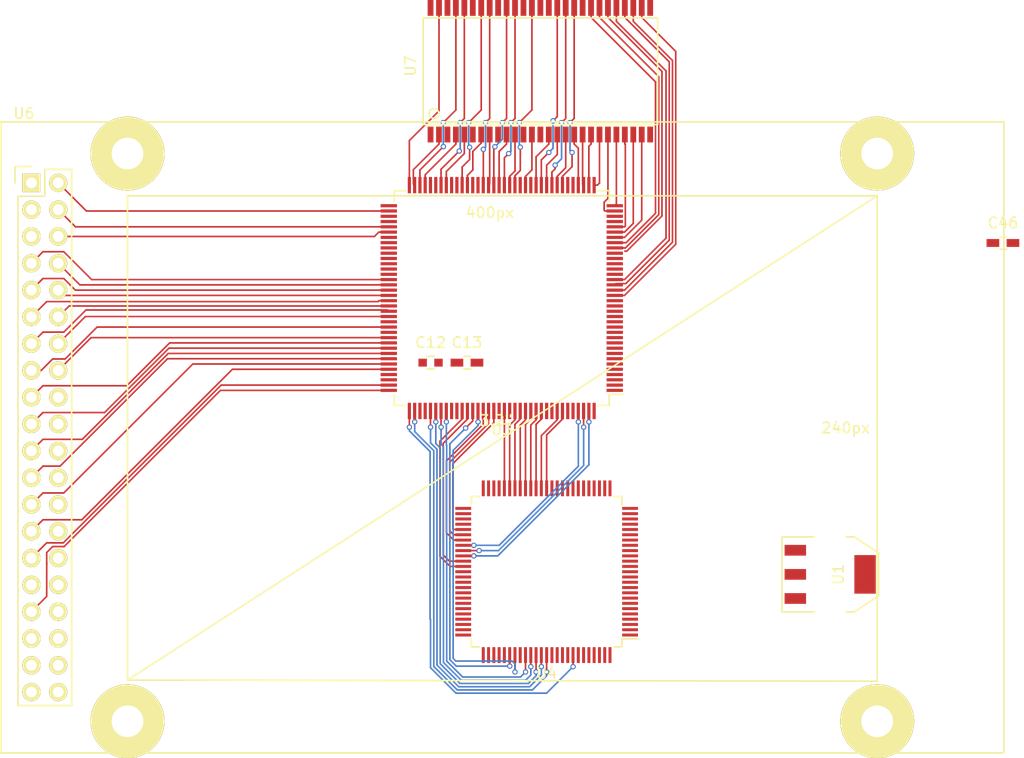
<source format=kicad_pcb>
(kicad_pcb (version 4) (host pcbnew "(2016-02-12 BZR 6554)-stable")

  (general
    (links 156)
    (no_connects 78)
    (area 25.871999 29.997 123.114841 102.157)
    (thickness 1.6)
    (drawings 0)
    (tracks 485)
    (zones 0)
    (modules 8)
    (nets 192)
  )

  (page A4)
  (layers
    (0 F.Cu signal)
    (31 B.Cu signal)
    (32 B.Adhes user)
    (33 F.Adhes user)
    (34 B.Paste user)
    (35 F.Paste user)
    (36 B.SilkS user)
    (37 F.SilkS user)
    (38 B.Mask user)
    (39 F.Mask user)
    (40 Dwgs.User user)
    (41 Cmts.User user)
    (42 Eco1.User user)
    (43 Eco2.User user)
    (44 Edge.Cuts user)
    (45 Margin user)
    (46 B.CrtYd user)
    (47 F.CrtYd user)
    (48 B.Fab user)
    (49 F.Fab user)
  )

  (setup
    (last_trace_width 0.153)
    (trace_clearance 0.153)
    (zone_clearance 0.508)
    (zone_45_only no)
    (trace_min 0.153)
    (segment_width 0.2)
    (edge_width 0.1)
    (via_size 0.5)
    (via_drill 0.3)
    (via_min_size 0.4)
    (via_min_drill 0.3)
    (uvia_size 0.3)
    (uvia_drill 0.1)
    (uvias_allowed no)
    (uvia_min_size 0.2)
    (uvia_min_drill 0.1)
    (pcb_text_width 0.3)
    (pcb_text_size 1.5 1.5)
    (mod_edge_width 0.15)
    (mod_text_size 1 1)
    (mod_text_width 0.15)
    (pad_size 1.5 1.5)
    (pad_drill 0.6)
    (pad_to_mask_clearance 0)
    (aux_axis_origin 0 0)
    (visible_elements FFFFFF7F)
    (pcbplotparams
      (layerselection 0x00030_ffffffff)
      (usegerberextensions false)
      (excludeedgelayer true)
      (linewidth 0.100000)
      (plotframeref false)
      (viasonmask false)
      (mode 1)
      (useauxorigin false)
      (hpglpennumber 1)
      (hpglpenspeed 20)
      (hpglpendiameter 15)
      (psnegative false)
      (psa4output false)
      (plotreference true)
      (plotvalue true)
      (plotinvisibletext false)
      (padsonsilk false)
      (subtractmaskfromsilk false)
      (outputformat 1)
      (mirror false)
      (drillshape 1)
      (scaleselection 1)
      (outputdirectory ""))
  )

  (net 0 "")
  (net 1 /FSMC/DA13)
  (net 2 /FSMC/E1_N)
  (net 3 "Net-(C4-Pad1)")
  (net 4 VFPGA33)
  (net 5 GNDD)
  (net 6 +1V2)
  (net 7 "Net-(R2-Pad2)")
  (net 8 "Net-(R3-Pad2)")
  (net 9 "Net-(P3-Pad3)")
  (net 10 "Net-(P3-Pad5)")
  (net 11 "Net-(P3-Pad1)")
  (net 12 "Net-(P3-Pad7)")
  (net 13 /FSMC/A23)
  (net 14 /FSMC/A19)
  (net 15 /FSMC/A20)
  (net 16 /FSMC/A21)
  (net 17 /FSMC/A22)
  (net 18 "Net-(U4-Pad7)")
  (net 19 "Net-(U4-Pad8)")
  (net 20 "Net-(U4-Pad9)")
  (net 21 "Net-(U4-Pad14)")
  (net 22 "Net-(U4-Pad15)")
  (net 23 "Net-(U4-Pad16)")
  (net 24 "Net-(U4-Pad17)")
  (net 25 "Net-(U4-Pad18)")
  (net 26 "Net-(U4-Pad23)")
  (net 27 "Net-(U4-Pad24)")
  (net 28 "Net-(U4-Pad25)")
  (net 29 "Net-(U4-Pad26)")
  (net 30 "Net-(U4-Pad29)")
  (net 31 "Net-(U4-Pad30)")
  (net 32 "Net-(U4-Pad31)")
  (net 33 "Net-(U4-Pad32)")
  (net 34 "Net-(U4-Pad33)")
  (net 35 "Net-(U4-Pad34)")
  (net 36 "Net-(U4-Pad35)")
  (net 37 "Net-(U4-Pad36)")
  (net 38 /FSMC/BOOT1)
  (net 39 /FSMC/DA4)
  (net 40 /FSMC/DA5)
  (net 41 /FSMC/DA6)
  (net 42 /FSMC/DA7)
  (net 43 /FSMC/DA8)
  (net 44 /FSMC/DA9)
  (net 45 /FSMC/DA10)
  (net 46 /FSMC/DA11)
  (net 47 /FSMC/DA12)
  (net 48 "Net-(U4-Pad47)")
  (net 49 "Net-(U4-Pad48)")
  (net 50 "Net-(U4-Pad51)")
  (net 51 "Net-(U4-Pad52)")
  (net 52 "Net-(U4-Pad53)")
  (net 53 "Net-(U4-Pad54)")
  (net 54 /FSMC/DA14)
  (net 55 /FSMC/DA15)
  (net 56 /FSMC/A16)
  (net 57 /FSMC/A17)
  (net 58 /FSMC/A18)
  (net 59 /FSMC/DA0)
  (net 60 /FSMC/DA1)
  (net 61 "Net-(U4-Pad63)")
  (net 62 "Net-(U4-Pad64)")
  (net 63 "Net-(U4-Pad65)")
  (net 64 "Net-(U4-Pad66)")
  (net 65 "Net-(U4-Pad67)")
  (net 66 "Net-(U4-Pad68)")
  (net 67 "Net-(U4-Pad69)")
  (net 68 "Net-(U4-Pad70)")
  (net 69 "Net-(U4-Pad71)")
  (net 70 "Net-(U4-Pad72)")
  (net 71 "Net-(U4-Pad76)")
  (net 72 "Net-(U4-Pad77)")
  (net 73 "Net-(U4-Pad78)")
  (net 74 "Net-(U4-Pad79)")
  (net 75 "Net-(U4-Pad80)")
  (net 76 /FSMC/DA2)
  (net 77 /FSMC/DA3)
  (net 78 "Net-(U4-Pad83)")
  (net 79 /FSMC/CLK)
  (net 80 /FSMC/OE_N)
  (net 81 /FSMC/WE_N)
  (net 82 /FSMC/WAIT_N)
  (net 83 /FSMC/JTDO)
  (net 84 /FSMC/JRST_N)
  (net 85 "Net-(U4-Pad91)")
  (net 86 "Net-(U4-Pad92)")
  (net 87 /FSMC/ADV_N)
  (net 88 "Net-(U4-Pad94)")
  (net 89 "Net-(U4-Pad95)")
  (net 90 "Net-(U4-Pad96)")
  (net 91 /FSMC/BL0_N)
  (net 92 /FSMC/BL1_N)
  (net 93 VSTM33)
  (net 94 GND)
  (net 95 /powersupply/VCAP1)
  (net 96 /powersupply/VCAP2)
  (net 97 "Net-(C40-Pad1)")
  (net 98 "Net-(C41-Pad1)")
  (net 99 "Net-(U6-Pad5)")
  (net 100 "Net-(U6-Pad31)")
  (net 101 "Net-(U6-Pad35)")
  (net 102 "Net-(R14-Pad1)")
  (net 103 "Net-(U6-Pad38)")
  (net 104 "Net-(U6-Pad39)")
  (net 105 "Net-(U6-Pad40)")
  (net 106 /display/DB0)
  (net 107 /display/DB1)
  (net 108 /display/DB2)
  (net 109 /display/RS)
  (net 110 /display/DB3)
  (net 111 /display/WR)
  (net 112 /display/DB4)
  (net 113 /display/RD)
  (net 114 /display/DB5)
  (net 115 /display/DB8)
  (net 116 /display/DB6)
  (net 117 /display/DB9)
  (net 118 /display/DB7)
  (net 119 /display/DB10)
  (net 120 /display/DB11)
  (net 121 /display/DB12)
  (net 122 /display/DB13)
  (net 123 /display/DB14)
  (net 124 /display/DB15)
  (net 125 /display/CS)
  (net 126 /display/RST)
  (net 127 "Net-(U3-Pad73)")
  (net 128 /display/T_CLK)
  (net 129 /display/T_CS)
  (net 130 /display/T_DIN)
  (net 131 /display/T_BUSY)
  (net 132 /display/T_DOUT)
  (net 133 /display/T_IRQ)
  (net 134 /display/SD_SO)
  (net 135 /display/SD_SCK)
  (net 136 /display/SD_SI)
  (net 137 /display/SD_NSS)
  (net 138 /sdram/DQ0)
  (net 139 /sdram/DQ1)
  (net 140 /sdram/DQ2)
  (net 141 /sdram/DQ3)
  (net 142 /sdram/DQ4)
  (net 143 /sdram/DQ5)
  (net 144 /sdram/DQ6)
  (net 145 /sdram/DQ7)
  (net 146 /sdram/DQML)
  (net 147 /sdram/WE)
  (net 148 /sdram/CAS)
  (net 149 /sdram/RAS)
  (net 150 /sdram/CS)
  (net 151 /sdram/BA0)
  (net 152 /sdram/BA1)
  (net 153 /sdram/A10)
  (net 154 /sdram/A0)
  (net 155 /sdram/A1)
  (net 156 /sdram/A2)
  (net 157 /sdram/A3)
  (net 158 /sdram/A4)
  (net 159 /sdram/A5)
  (net 160 /sdram/A6)
  (net 161 /sdram/A7)
  (net 162 /sdram/A8)
  (net 163 /sdram/A9)
  (net 164 /sdram/A11)
  (net 165 "Net-(U7-Pad36)")
  (net 166 /sdram/CKE)
  (net 167 /sdram/CLK)
  (net 168 /sdram/DQMH)
  (net 169 "Net-(U7-Pad40)")
  (net 170 /sdram/DQ8)
  (net 171 /sdram/DQ9)
  (net 172 /sdram/DQ10)
  (net 173 /sdram/DQ11)
  (net 174 /sdram/DQ12)
  (net 175 /sdram/DQ13)
  (net 176 /sdram/DQ14)
  (net 177 /sdram/DQ15)
  (net 178 "Net-(U3-Pad1)")
  (net 179 "Net-(U3-Pad2)")
  (net 180 "Net-(U3-Pad5)")
  (net 181 "Net-(U3-Pad6)")
  (net 182 "Net-(U3-Pad7)")
  (net 183 "Net-(U3-Pad8)")
  (net 184 "Net-(U3-Pad9)")
  (net 185 "Net-(U3-Pad10)")
  (net 186 "Net-(U3-Pad11)")
  (net 187 "Net-(U3-Pad13)")
  (net 188 "Net-(U3-Pad15)")
  (net 189 "Net-(U3-Pad16)")
  (net 190 "Net-(U3-Pad17)")
  (net 191 "Net-(U3-Pad18)")

  (net_class Default "This is the default net class."
    (clearance 0.153)
    (trace_width 0.153)
    (via_dia 0.5)
    (via_drill 0.3)
    (uvia_dia 0.3)
    (uvia_drill 0.1)
    (add_net +1V2)
    (add_net /FSMC/A16)
    (add_net /FSMC/A17)
    (add_net /FSMC/A18)
    (add_net /FSMC/A19)
    (add_net /FSMC/A20)
    (add_net /FSMC/A21)
    (add_net /FSMC/A22)
    (add_net /FSMC/A23)
    (add_net /FSMC/ADV_N)
    (add_net /FSMC/BL0_N)
    (add_net /FSMC/BL1_N)
    (add_net /FSMC/BOOT1)
    (add_net /FSMC/CLK)
    (add_net /FSMC/DA0)
    (add_net /FSMC/DA1)
    (add_net /FSMC/DA10)
    (add_net /FSMC/DA11)
    (add_net /FSMC/DA12)
    (add_net /FSMC/DA13)
    (add_net /FSMC/DA14)
    (add_net /FSMC/DA15)
    (add_net /FSMC/DA2)
    (add_net /FSMC/DA3)
    (add_net /FSMC/DA4)
    (add_net /FSMC/DA5)
    (add_net /FSMC/DA6)
    (add_net /FSMC/DA7)
    (add_net /FSMC/DA8)
    (add_net /FSMC/DA9)
    (add_net /FSMC/E1_N)
    (add_net /FSMC/JRST_N)
    (add_net /FSMC/JTDO)
    (add_net /FSMC/OE_N)
    (add_net /FSMC/WAIT_N)
    (add_net /FSMC/WE_N)
    (add_net /display/CS)
    (add_net /display/DB0)
    (add_net /display/DB1)
    (add_net /display/DB10)
    (add_net /display/DB11)
    (add_net /display/DB12)
    (add_net /display/DB13)
    (add_net /display/DB14)
    (add_net /display/DB15)
    (add_net /display/DB2)
    (add_net /display/DB3)
    (add_net /display/DB4)
    (add_net /display/DB5)
    (add_net /display/DB6)
    (add_net /display/DB7)
    (add_net /display/DB8)
    (add_net /display/DB9)
    (add_net /display/RD)
    (add_net /display/RS)
    (add_net /display/RST)
    (add_net /display/SD_NSS)
    (add_net /display/SD_SCK)
    (add_net /display/SD_SI)
    (add_net /display/SD_SO)
    (add_net /display/T_BUSY)
    (add_net /display/T_CLK)
    (add_net /display/T_CS)
    (add_net /display/T_DIN)
    (add_net /display/T_DOUT)
    (add_net /display/T_IRQ)
    (add_net /display/WR)
    (add_net /powersupply/VCAP1)
    (add_net /powersupply/VCAP2)
    (add_net /sdram/A0)
    (add_net /sdram/A1)
    (add_net /sdram/A10)
    (add_net /sdram/A11)
    (add_net /sdram/A2)
    (add_net /sdram/A3)
    (add_net /sdram/A4)
    (add_net /sdram/A5)
    (add_net /sdram/A6)
    (add_net /sdram/A7)
    (add_net /sdram/A8)
    (add_net /sdram/A9)
    (add_net /sdram/BA0)
    (add_net /sdram/BA1)
    (add_net /sdram/CAS)
    (add_net /sdram/CKE)
    (add_net /sdram/CLK)
    (add_net /sdram/CS)
    (add_net /sdram/DQ0)
    (add_net /sdram/DQ1)
    (add_net /sdram/DQ10)
    (add_net /sdram/DQ11)
    (add_net /sdram/DQ12)
    (add_net /sdram/DQ13)
    (add_net /sdram/DQ14)
    (add_net /sdram/DQ15)
    (add_net /sdram/DQ2)
    (add_net /sdram/DQ3)
    (add_net /sdram/DQ4)
    (add_net /sdram/DQ5)
    (add_net /sdram/DQ6)
    (add_net /sdram/DQ7)
    (add_net /sdram/DQ8)
    (add_net /sdram/DQ9)
    (add_net /sdram/DQMH)
    (add_net /sdram/DQML)
    (add_net /sdram/RAS)
    (add_net /sdram/WE)
    (add_net GND)
    (add_net GNDD)
    (add_net "Net-(C4-Pad1)")
    (add_net "Net-(C40-Pad1)")
    (add_net "Net-(C41-Pad1)")
    (add_net "Net-(P3-Pad1)")
    (add_net "Net-(P3-Pad3)")
    (add_net "Net-(P3-Pad5)")
    (add_net "Net-(P3-Pad7)")
    (add_net "Net-(R14-Pad1)")
    (add_net "Net-(R2-Pad2)")
    (add_net "Net-(R3-Pad2)")
    (add_net "Net-(U3-Pad1)")
    (add_net "Net-(U3-Pad10)")
    (add_net "Net-(U3-Pad11)")
    (add_net "Net-(U3-Pad13)")
    (add_net "Net-(U3-Pad15)")
    (add_net "Net-(U3-Pad16)")
    (add_net "Net-(U3-Pad17)")
    (add_net "Net-(U3-Pad18)")
    (add_net "Net-(U3-Pad2)")
    (add_net "Net-(U3-Pad5)")
    (add_net "Net-(U3-Pad6)")
    (add_net "Net-(U3-Pad7)")
    (add_net "Net-(U3-Pad73)")
    (add_net "Net-(U3-Pad8)")
    (add_net "Net-(U3-Pad9)")
    (add_net "Net-(U4-Pad14)")
    (add_net "Net-(U4-Pad15)")
    (add_net "Net-(U4-Pad16)")
    (add_net "Net-(U4-Pad17)")
    (add_net "Net-(U4-Pad18)")
    (add_net "Net-(U4-Pad23)")
    (add_net "Net-(U4-Pad24)")
    (add_net "Net-(U4-Pad25)")
    (add_net "Net-(U4-Pad26)")
    (add_net "Net-(U4-Pad29)")
    (add_net "Net-(U4-Pad30)")
    (add_net "Net-(U4-Pad31)")
    (add_net "Net-(U4-Pad32)")
    (add_net "Net-(U4-Pad33)")
    (add_net "Net-(U4-Pad34)")
    (add_net "Net-(U4-Pad35)")
    (add_net "Net-(U4-Pad36)")
    (add_net "Net-(U4-Pad47)")
    (add_net "Net-(U4-Pad48)")
    (add_net "Net-(U4-Pad51)")
    (add_net "Net-(U4-Pad52)")
    (add_net "Net-(U4-Pad53)")
    (add_net "Net-(U4-Pad54)")
    (add_net "Net-(U4-Pad63)")
    (add_net "Net-(U4-Pad64)")
    (add_net "Net-(U4-Pad65)")
    (add_net "Net-(U4-Pad66)")
    (add_net "Net-(U4-Pad67)")
    (add_net "Net-(U4-Pad68)")
    (add_net "Net-(U4-Pad69)")
    (add_net "Net-(U4-Pad7)")
    (add_net "Net-(U4-Pad70)")
    (add_net "Net-(U4-Pad71)")
    (add_net "Net-(U4-Pad72)")
    (add_net "Net-(U4-Pad76)")
    (add_net "Net-(U4-Pad77)")
    (add_net "Net-(U4-Pad78)")
    (add_net "Net-(U4-Pad79)")
    (add_net "Net-(U4-Pad8)")
    (add_net "Net-(U4-Pad80)")
    (add_net "Net-(U4-Pad83)")
    (add_net "Net-(U4-Pad9)")
    (add_net "Net-(U4-Pad91)")
    (add_net "Net-(U4-Pad92)")
    (add_net "Net-(U4-Pad94)")
    (add_net "Net-(U4-Pad95)")
    (add_net "Net-(U4-Pad96)")
    (add_net "Net-(U6-Pad31)")
    (add_net "Net-(U6-Pad35)")
    (add_net "Net-(U6-Pad38)")
    (add_net "Net-(U6-Pad39)")
    (add_net "Net-(U6-Pad40)")
    (add_net "Net-(U6-Pad5)")
    (add_net "Net-(U7-Pad36)")
    (add_net "Net-(U7-Pad40)")
    (add_net VFPGA33)
    (add_net VSTM33)
  )

  (module smd:TSOP-54 (layer F.Cu) (tedit 56C6D015) (tstamp 56C6E984)
    (at 66.8 42.9)
    (path /563244F7/56C702B2)
    (fp_text reference U7 (at -1.9 -6.5 90) (layer F.SilkS)
      (effects (font (size 1 1) (thickness 0.15)))
    )
    (fp_text value IS42S16800F (at 10.05 -5.8) (layer F.Fab)
      (effects (font (size 1 1) (thickness 0.15)))
    )
    (fp_circle (center 0.323502 -2) (end 0.55 -1.6) (layer F.SilkS) (width 0.15))
    (fp_line (start 21.5 -11.05) (end -0.7 -11.05) (layer F.SilkS) (width 0.15))
    (fp_line (start 21.5 -0.95) (end 21.5 -11.05) (layer F.SilkS) (width 0.15))
    (fp_line (start -0.7 -0.95) (end 21.5 -0.95) (layer F.SilkS) (width 0.15))
    (fp_line (start -0.7 -11.05) (end -0.7 -0.95) (layer F.SilkS) (width 0.15))
    (pad 1 smd rect (at 0 0) (size 0.55 1.5) (layers F.Cu F.Paste F.Mask)
      (net 4 VFPGA33))
    (pad 2 smd rect (at 0.8 0) (size 0.55 1.5) (layers F.Cu F.Paste F.Mask)
      (net 138 /sdram/DQ0))
    (pad 3 smd rect (at 1.6 0) (size 0.55 1.5) (layers F.Cu F.Paste F.Mask)
      (net 5 GNDD))
    (pad 4 smd rect (at 2.4 0) (size 0.55 1.5) (layers F.Cu F.Paste F.Mask)
      (net 139 /sdram/DQ1))
    (pad 5 smd rect (at 3.2 0) (size 0.55 1.5) (layers F.Cu F.Paste F.Mask)
      (net 140 /sdram/DQ2))
    (pad 6 smd rect (at 4 0) (size 0.55 1.5) (layers F.Cu F.Paste F.Mask)
      (net 5 GNDD))
    (pad 7 smd rect (at 4.8 0) (size 0.55 1.5) (layers F.Cu F.Paste F.Mask)
      (net 141 /sdram/DQ3))
    (pad 8 smd rect (at 5.6 0) (size 0.55 1.5) (layers F.Cu F.Paste F.Mask)
      (net 142 /sdram/DQ4))
    (pad 9 smd rect (at 6.4 0) (size 0.55 1.5) (layers F.Cu F.Paste F.Mask)
      (net 5 GNDD))
    (pad 10 smd rect (at 7.2 0) (size 0.55 1.5) (layers F.Cu F.Paste F.Mask)
      (net 143 /sdram/DQ5))
    (pad 11 smd rect (at 8 0) (size 0.55 1.5) (layers F.Cu F.Paste F.Mask)
      (net 144 /sdram/DQ6))
    (pad 12 smd rect (at 8.8 0) (size 0.55 1.5) (layers F.Cu F.Paste F.Mask)
      (net 5 GNDD))
    (pad 13 smd rect (at 9.6 0) (size 0.55 1.5) (layers F.Cu F.Paste F.Mask)
      (net 145 /sdram/DQ7))
    (pad 14 smd rect (at 10.4 0) (size 0.55 1.5) (layers F.Cu F.Paste F.Mask)
      (net 4 VFPGA33))
    (pad 15 smd rect (at 11.2 0) (size 0.55 1.5) (layers F.Cu F.Paste F.Mask)
      (net 146 /sdram/DQML))
    (pad 16 smd rect (at 12 0) (size 0.55 1.5) (layers F.Cu F.Paste F.Mask)
      (net 147 /sdram/WE))
    (pad 17 smd rect (at 12.8 0) (size 0.55 1.5) (layers F.Cu F.Paste F.Mask)
      (net 148 /sdram/CAS))
    (pad 18 smd rect (at 13.6 0) (size 0.55 1.5) (layers F.Cu F.Paste F.Mask)
      (net 149 /sdram/RAS))
    (pad 19 smd rect (at 14.4 0) (size 0.55 1.5) (layers F.Cu F.Paste F.Mask)
      (net 150 /sdram/CS))
    (pad 20 smd rect (at 15.2 0) (size 0.55 1.5) (layers F.Cu F.Paste F.Mask)
      (net 151 /sdram/BA0))
    (pad 21 smd rect (at 16 0) (size 0.55 1.5) (layers F.Cu F.Paste F.Mask)
      (net 152 /sdram/BA1))
    (pad 22 smd rect (at 16.8 0) (size 0.55 1.5) (layers F.Cu F.Paste F.Mask)
      (net 153 /sdram/A10))
    (pad 23 smd rect (at 17.6 0) (size 0.55 1.5) (layers F.Cu F.Paste F.Mask)
      (net 154 /sdram/A0))
    (pad 24 smd rect (at 18.4 0) (size 0.55 1.5) (layers F.Cu F.Paste F.Mask)
      (net 155 /sdram/A1))
    (pad 25 smd rect (at 19.2 0) (size 0.55 1.5) (layers F.Cu F.Paste F.Mask)
      (net 156 /sdram/A2))
    (pad 26 smd rect (at 20 0) (size 0.55 1.5) (layers F.Cu F.Paste F.Mask)
      (net 157 /sdram/A3))
    (pad 27 smd rect (at 20.8 0) (size 0.55 1.5) (layers F.Cu F.Paste F.Mask)
      (net 4 VFPGA33))
    (pad 28 smd rect (at 20.8 -12) (size 0.55 1.5) (layers F.Cu F.Paste F.Mask)
      (net 4 VFPGA33))
    (pad 29 smd rect (at 20 -12) (size 0.55 1.5) (layers F.Cu F.Paste F.Mask)
      (net 158 /sdram/A4))
    (pad 30 smd rect (at 19.2 -12) (size 0.55 1.5) (layers F.Cu F.Paste F.Mask)
      (net 159 /sdram/A5))
    (pad 31 smd rect (at 18.4 -12) (size 0.55 1.5) (layers F.Cu F.Paste F.Mask)
      (net 160 /sdram/A6))
    (pad 32 smd rect (at 17.6 -12) (size 0.55 1.5) (layers F.Cu F.Paste F.Mask)
      (net 161 /sdram/A7))
    (pad 33 smd rect (at 16.8 -12) (size 0.55 1.5) (layers F.Cu F.Paste F.Mask)
      (net 162 /sdram/A8))
    (pad 34 smd rect (at 16 -12) (size 0.55 1.5) (layers F.Cu F.Paste F.Mask)
      (net 163 /sdram/A9))
    (pad 35 smd rect (at 15.2 -12) (size 0.55 1.5) (layers F.Cu F.Paste F.Mask)
      (net 164 /sdram/A11))
    (pad 36 smd rect (at 14.4 -12) (size 0.55 1.5) (layers F.Cu F.Paste F.Mask)
      (net 165 "Net-(U7-Pad36)"))
    (pad 37 smd rect (at 13.6 -12) (size 0.55 1.5) (layers F.Cu F.Paste F.Mask)
      (net 166 /sdram/CKE))
    (pad 38 smd rect (at 12.8 -12) (size 0.55 1.5) (layers F.Cu F.Paste F.Mask)
      (net 167 /sdram/CLK))
    (pad 39 smd rect (at 12 -12) (size 0.55 1.5) (layers F.Cu F.Paste F.Mask)
      (net 168 /sdram/DQMH))
    (pad 40 smd rect (at 11.2 -12) (size 0.55 1.5) (layers F.Cu F.Paste F.Mask)
      (net 169 "Net-(U7-Pad40)"))
    (pad 41 smd rect (at 10.4 -12) (size 0.55 1.5) (layers F.Cu F.Paste F.Mask)
      (net 4 VFPGA33))
    (pad 42 smd rect (at 9.6 -12) (size 0.55 1.5) (layers F.Cu F.Paste F.Mask)
      (net 170 /sdram/DQ8))
    (pad 43 smd rect (at 8.8 -12) (size 0.55 1.5) (layers F.Cu F.Paste F.Mask)
      (net 5 GNDD))
    (pad 44 smd rect (at 8 -12) (size 0.55 1.5) (layers F.Cu F.Paste F.Mask)
      (net 171 /sdram/DQ9))
    (pad 45 smd rect (at 7.2 -12) (size 0.55 1.5) (layers F.Cu F.Paste F.Mask)
      (net 172 /sdram/DQ10))
    (pad 46 smd rect (at 6.4 -12) (size 0.55 1.5) (layers F.Cu F.Paste F.Mask)
      (net 5 GNDD))
    (pad 47 smd rect (at 5.6 -12) (size 0.55 1.5) (layers F.Cu F.Paste F.Mask)
      (net 173 /sdram/DQ11))
    (pad 48 smd rect (at 4.8 -12) (size 0.55 1.5) (layers F.Cu F.Paste F.Mask)
      (net 174 /sdram/DQ12))
    (pad 49 smd rect (at 4 -12) (size 0.55 1.5) (layers F.Cu F.Paste F.Mask)
      (net 5 GNDD))
    (pad 50 smd rect (at 3.2 -12) (size 0.55 1.5) (layers F.Cu F.Paste F.Mask)
      (net 175 /sdram/DQ13))
    (pad 51 smd rect (at 2.4 -12) (size 0.55 1.5) (layers F.Cu F.Paste F.Mask)
      (net 176 /sdram/DQ14))
    (pad 52 smd rect (at 1.6 -12) (size 0.55 1.5) (layers F.Cu F.Paste F.Mask)
      (net 5 GNDD))
    (pad 53 smd rect (at 0.8 -12) (size 0.55 1.5) (layers F.Cu F.Paste F.Mask)
      (net 177 /sdram/DQ15))
    (pad 54 smd rect (at 0 -12) (size 0.55 1.5) (layers F.Cu F.Paste F.Mask)
      (net 4 VFPGA33))
  )

  (module Housings_QFP:LQFP-100_14x14mm_Pitch0.5mm (layer F.Cu) (tedit 54130A77) (tstamp 56C4508F)
    (at 77.793728 84.329542 180)
    (descr "LQFP100: plastic low profile quad flat package; 100 leads; body 14 x 14 x 1.4 mm (see NXP sot407-1_po.pdf and sot407-1_fr.pdf)")
    (tags "QFP 0.5")
    (path /563244F7/56C476C3)
    (attr smd)
    (fp_text reference U4 (at 0 -9.65 180) (layer F.SilkS)
      (effects (font (size 1 1) (thickness 0.15)))
    )
    (fp_text value STM32F407VGT (at 0 9.65 180) (layer F.Fab)
      (effects (font (size 1 1) (thickness 0.15)))
    )
    (fp_line (start -8.9 -8.9) (end -8.9 8.9) (layer F.CrtYd) (width 0.05))
    (fp_line (start 8.9 -8.9) (end 8.9 8.9) (layer F.CrtYd) (width 0.05))
    (fp_line (start -8.9 -8.9) (end 8.9 -8.9) (layer F.CrtYd) (width 0.05))
    (fp_line (start -8.9 8.9) (end 8.9 8.9) (layer F.CrtYd) (width 0.05))
    (fp_line (start -7.125 -7.125) (end -7.125 -6.365) (layer F.SilkS) (width 0.15))
    (fp_line (start 7.125 -7.125) (end 7.125 -6.365) (layer F.SilkS) (width 0.15))
    (fp_line (start 7.125 7.125) (end 7.125 6.365) (layer F.SilkS) (width 0.15))
    (fp_line (start -7.125 7.125) (end -7.125 6.365) (layer F.SilkS) (width 0.15))
    (fp_line (start -7.125 -7.125) (end -6.365 -7.125) (layer F.SilkS) (width 0.15))
    (fp_line (start -7.125 7.125) (end -6.365 7.125) (layer F.SilkS) (width 0.15))
    (fp_line (start 7.125 7.125) (end 6.365 7.125) (layer F.SilkS) (width 0.15))
    (fp_line (start 7.125 -7.125) (end 6.365 -7.125) (layer F.SilkS) (width 0.15))
    (fp_line (start -7.125 -6.365) (end -8.65 -6.365) (layer F.SilkS) (width 0.15))
    (pad 1 smd rect (at -7.9 -6 180) (size 1.5 0.28) (layers F.Cu F.Paste F.Mask)
      (net 13 /FSMC/A23))
    (pad 2 smd rect (at -7.9 -5.5 180) (size 1.5 0.28) (layers F.Cu F.Paste F.Mask)
      (net 14 /FSMC/A19))
    (pad 3 smd rect (at -7.9 -5 180) (size 1.5 0.28) (layers F.Cu F.Paste F.Mask)
      (net 15 /FSMC/A20))
    (pad 4 smd rect (at -7.9 -4.5 180) (size 1.5 0.28) (layers F.Cu F.Paste F.Mask)
      (net 16 /FSMC/A21))
    (pad 5 smd rect (at -7.9 -4 180) (size 1.5 0.28) (layers F.Cu F.Paste F.Mask)
      (net 17 /FSMC/A22))
    (pad 6 smd rect (at -7.9 -3.5 180) (size 1.5 0.28) (layers F.Cu F.Paste F.Mask)
      (net 93 VSTM33))
    (pad 7 smd rect (at -7.9 -3 180) (size 1.5 0.28) (layers F.Cu F.Paste F.Mask)
      (net 18 "Net-(U4-Pad7)"))
    (pad 8 smd rect (at -7.9 -2.5 180) (size 1.5 0.28) (layers F.Cu F.Paste F.Mask)
      (net 19 "Net-(U4-Pad8)"))
    (pad 9 smd rect (at -7.9 -2 180) (size 1.5 0.28) (layers F.Cu F.Paste F.Mask)
      (net 20 "Net-(U4-Pad9)"))
    (pad 10 smd rect (at -7.9 -1.5 180) (size 1.5 0.28) (layers F.Cu F.Paste F.Mask)
      (net 94 GND))
    (pad 11 smd rect (at -7.9 -1 180) (size 1.5 0.28) (layers F.Cu F.Paste F.Mask)
      (net 93 VSTM33))
    (pad 12 smd rect (at -7.9 -0.5 180) (size 1.5 0.28) (layers F.Cu F.Paste F.Mask)
      (net 97 "Net-(C40-Pad1)"))
    (pad 13 smd rect (at -7.9 0 180) (size 1.5 0.28) (layers F.Cu F.Paste F.Mask)
      (net 98 "Net-(C41-Pad1)"))
    (pad 14 smd rect (at -7.9 0.5 180) (size 1.5 0.28) (layers F.Cu F.Paste F.Mask)
      (net 21 "Net-(U4-Pad14)"))
    (pad 15 smd rect (at -7.9 1 180) (size 1.5 0.28) (layers F.Cu F.Paste F.Mask)
      (net 22 "Net-(U4-Pad15)"))
    (pad 16 smd rect (at -7.9 1.5 180) (size 1.5 0.28) (layers F.Cu F.Paste F.Mask)
      (net 23 "Net-(U4-Pad16)"))
    (pad 17 smd rect (at -7.9 2 180) (size 1.5 0.28) (layers F.Cu F.Paste F.Mask)
      (net 24 "Net-(U4-Pad17)"))
    (pad 18 smd rect (at -7.9 2.5 180) (size 1.5 0.28) (layers F.Cu F.Paste F.Mask)
      (net 25 "Net-(U4-Pad18)"))
    (pad 19 smd rect (at -7.9 3 180) (size 1.5 0.28) (layers F.Cu F.Paste F.Mask)
      (net 93 VSTM33))
    (pad 20 smd rect (at -7.9 3.5 180) (size 1.5 0.28) (layers F.Cu F.Paste F.Mask)
      (net 94 GND))
    (pad 21 smd rect (at -7.9 4 180) (size 1.5 0.28) (layers F.Cu F.Paste F.Mask)
      (net 93 VSTM33))
    (pad 22 smd rect (at -7.9 4.5 180) (size 1.5 0.28) (layers F.Cu F.Paste F.Mask)
      (net 93 VSTM33))
    (pad 23 smd rect (at -7.9 5 180) (size 1.5 0.28) (layers F.Cu F.Paste F.Mask)
      (net 26 "Net-(U4-Pad23)"))
    (pad 24 smd rect (at -7.9 5.5 180) (size 1.5 0.28) (layers F.Cu F.Paste F.Mask)
      (net 27 "Net-(U4-Pad24)"))
    (pad 25 smd rect (at -7.9 6 180) (size 1.5 0.28) (layers F.Cu F.Paste F.Mask)
      (net 28 "Net-(U4-Pad25)"))
    (pad 26 smd rect (at -6 7.9 270) (size 1.5 0.28) (layers F.Cu F.Paste F.Mask)
      (net 29 "Net-(U4-Pad26)"))
    (pad 27 smd rect (at -5.5 7.9 270) (size 1.5 0.28) (layers F.Cu F.Paste F.Mask)
      (net 94 GND))
    (pad 28 smd rect (at -5 7.9 270) (size 1.5 0.28) (layers F.Cu F.Paste F.Mask)
      (net 93 VSTM33))
    (pad 29 smd rect (at -4.5 7.9 270) (size 1.5 0.28) (layers F.Cu F.Paste F.Mask)
      (net 30 "Net-(U4-Pad29)"))
    (pad 30 smd rect (at -4 7.9 270) (size 1.5 0.28) (layers F.Cu F.Paste F.Mask)
      (net 31 "Net-(U4-Pad30)"))
    (pad 31 smd rect (at -3.5 7.9 270) (size 1.5 0.28) (layers F.Cu F.Paste F.Mask)
      (net 32 "Net-(U4-Pad31)"))
    (pad 32 smd rect (at -3 7.9 270) (size 1.5 0.28) (layers F.Cu F.Paste F.Mask)
      (net 33 "Net-(U4-Pad32)"))
    (pad 33 smd rect (at -2.5 7.9 270) (size 1.5 0.28) (layers F.Cu F.Paste F.Mask)
      (net 34 "Net-(U4-Pad33)"))
    (pad 34 smd rect (at -2 7.9 270) (size 1.5 0.28) (layers F.Cu F.Paste F.Mask)
      (net 35 "Net-(U4-Pad34)"))
    (pad 35 smd rect (at -1.5 7.9 270) (size 1.5 0.28) (layers F.Cu F.Paste F.Mask)
      (net 36 "Net-(U4-Pad35)"))
    (pad 36 smd rect (at -1 7.9 270) (size 1.5 0.28) (layers F.Cu F.Paste F.Mask)
      (net 37 "Net-(U4-Pad36)"))
    (pad 37 smd rect (at -0.5 7.9 270) (size 1.5 0.28) (layers F.Cu F.Paste F.Mask)
      (net 38 /FSMC/BOOT1))
    (pad 38 smd rect (at 0 7.9 270) (size 1.5 0.28) (layers F.Cu F.Paste F.Mask)
      (net 39 /FSMC/DA4))
    (pad 39 smd rect (at 0.5 7.9 270) (size 1.5 0.28) (layers F.Cu F.Paste F.Mask)
      (net 40 /FSMC/DA5))
    (pad 40 smd rect (at 1 7.9 270) (size 1.5 0.28) (layers F.Cu F.Paste F.Mask)
      (net 41 /FSMC/DA6))
    (pad 41 smd rect (at 1.5 7.9 270) (size 1.5 0.28) (layers F.Cu F.Paste F.Mask)
      (net 42 /FSMC/DA7))
    (pad 42 smd rect (at 2 7.9 270) (size 1.5 0.28) (layers F.Cu F.Paste F.Mask)
      (net 43 /FSMC/DA8))
    (pad 43 smd rect (at 2.5 7.9 270) (size 1.5 0.28) (layers F.Cu F.Paste F.Mask)
      (net 44 /FSMC/DA9))
    (pad 44 smd rect (at 3 7.9 270) (size 1.5 0.28) (layers F.Cu F.Paste F.Mask)
      (net 45 /FSMC/DA10))
    (pad 45 smd rect (at 3.5 7.9 270) (size 1.5 0.28) (layers F.Cu F.Paste F.Mask)
      (net 46 /FSMC/DA11))
    (pad 46 smd rect (at 4 7.9 270) (size 1.5 0.28) (layers F.Cu F.Paste F.Mask)
      (net 47 /FSMC/DA12))
    (pad 47 smd rect (at 4.5 7.9 270) (size 1.5 0.28) (layers F.Cu F.Paste F.Mask)
      (net 48 "Net-(U4-Pad47)"))
    (pad 48 smd rect (at 5 7.9 270) (size 1.5 0.28) (layers F.Cu F.Paste F.Mask)
      (net 49 "Net-(U4-Pad48)"))
    (pad 49 smd rect (at 5.5 7.9 270) (size 1.5 0.28) (layers F.Cu F.Paste F.Mask)
      (net 95 /powersupply/VCAP1))
    (pad 50 smd rect (at 6 7.9 270) (size 1.5 0.28) (layers F.Cu F.Paste F.Mask)
      (net 93 VSTM33))
    (pad 51 smd rect (at 7.9 6 180) (size 1.5 0.28) (layers F.Cu F.Paste F.Mask)
      (net 50 "Net-(U4-Pad51)"))
    (pad 52 smd rect (at 7.9 5.5 180) (size 1.5 0.28) (layers F.Cu F.Paste F.Mask)
      (net 51 "Net-(U4-Pad52)"))
    (pad 53 smd rect (at 7.9 5 180) (size 1.5 0.28) (layers F.Cu F.Paste F.Mask)
      (net 52 "Net-(U4-Pad53)"))
    (pad 54 smd rect (at 7.9 4.5 180) (size 1.5 0.28) (layers F.Cu F.Paste F.Mask)
      (net 53 "Net-(U4-Pad54)"))
    (pad 55 smd rect (at 7.9 4 180) (size 1.5 0.28) (layers F.Cu F.Paste F.Mask)
      (net 1 /FSMC/DA13))
    (pad 56 smd rect (at 7.9 3.5 180) (size 1.5 0.28) (layers F.Cu F.Paste F.Mask)
      (net 54 /FSMC/DA14))
    (pad 57 smd rect (at 7.9 3 180) (size 1.5 0.28) (layers F.Cu F.Paste F.Mask)
      (net 55 /FSMC/DA15))
    (pad 58 smd rect (at 7.9 2.5 180) (size 1.5 0.28) (layers F.Cu F.Paste F.Mask)
      (net 56 /FSMC/A16))
    (pad 59 smd rect (at 7.9 2 180) (size 1.5 0.28) (layers F.Cu F.Paste F.Mask)
      (net 57 /FSMC/A17))
    (pad 60 smd rect (at 7.9 1.5 180) (size 1.5 0.28) (layers F.Cu F.Paste F.Mask)
      (net 58 /FSMC/A18))
    (pad 61 smd rect (at 7.9 1 180) (size 1.5 0.28) (layers F.Cu F.Paste F.Mask)
      (net 59 /FSMC/DA0))
    (pad 62 smd rect (at 7.9 0.5 180) (size 1.5 0.28) (layers F.Cu F.Paste F.Mask)
      (net 60 /FSMC/DA1))
    (pad 63 smd rect (at 7.9 0 180) (size 1.5 0.28) (layers F.Cu F.Paste F.Mask)
      (net 61 "Net-(U4-Pad63)"))
    (pad 64 smd rect (at 7.9 -0.5 180) (size 1.5 0.28) (layers F.Cu F.Paste F.Mask)
      (net 62 "Net-(U4-Pad64)"))
    (pad 65 smd rect (at 7.9 -1 180) (size 1.5 0.28) (layers F.Cu F.Paste F.Mask)
      (net 63 "Net-(U4-Pad65)"))
    (pad 66 smd rect (at 7.9 -1.5 180) (size 1.5 0.28) (layers F.Cu F.Paste F.Mask)
      (net 64 "Net-(U4-Pad66)"))
    (pad 67 smd rect (at 7.9 -2 180) (size 1.5 0.28) (layers F.Cu F.Paste F.Mask)
      (net 65 "Net-(U4-Pad67)"))
    (pad 68 smd rect (at 7.9 -2.5 180) (size 1.5 0.28) (layers F.Cu F.Paste F.Mask)
      (net 66 "Net-(U4-Pad68)"))
    (pad 69 smd rect (at 7.9 -3 180) (size 1.5 0.28) (layers F.Cu F.Paste F.Mask)
      (net 67 "Net-(U4-Pad69)"))
    (pad 70 smd rect (at 7.9 -3.5 180) (size 1.5 0.28) (layers F.Cu F.Paste F.Mask)
      (net 68 "Net-(U4-Pad70)"))
    (pad 71 smd rect (at 7.9 -4 180) (size 1.5 0.28) (layers F.Cu F.Paste F.Mask)
      (net 69 "Net-(U4-Pad71)"))
    (pad 72 smd rect (at 7.9 -4.5 180) (size 1.5 0.28) (layers F.Cu F.Paste F.Mask)
      (net 70 "Net-(U4-Pad72)"))
    (pad 73 smd rect (at 7.9 -5 180) (size 1.5 0.28) (layers F.Cu F.Paste F.Mask)
      (net 96 /powersupply/VCAP2))
    (pad 74 smd rect (at 7.9 -5.5 180) (size 1.5 0.28) (layers F.Cu F.Paste F.Mask)
      (net 94 GND))
    (pad 75 smd rect (at 7.9 -6 180) (size 1.5 0.28) (layers F.Cu F.Paste F.Mask)
      (net 93 VSTM33))
    (pad 76 smd rect (at 6 -7.9 270) (size 1.5 0.28) (layers F.Cu F.Paste F.Mask)
      (net 71 "Net-(U4-Pad76)"))
    (pad 77 smd rect (at 5.5 -7.9 270) (size 1.5 0.28) (layers F.Cu F.Paste F.Mask)
      (net 72 "Net-(U4-Pad77)"))
    (pad 78 smd rect (at 5 -7.9 270) (size 1.5 0.28) (layers F.Cu F.Paste F.Mask)
      (net 73 "Net-(U4-Pad78)"))
    (pad 79 smd rect (at 4.5 -7.9 270) (size 1.5 0.28) (layers F.Cu F.Paste F.Mask)
      (net 74 "Net-(U4-Pad79)"))
    (pad 80 smd rect (at 4 -7.9 270) (size 1.5 0.28) (layers F.Cu F.Paste F.Mask)
      (net 75 "Net-(U4-Pad80)"))
    (pad 81 smd rect (at 3.5 -7.9 270) (size 1.5 0.28) (layers F.Cu F.Paste F.Mask)
      (net 76 /FSMC/DA2))
    (pad 82 smd rect (at 3 -7.9 270) (size 1.5 0.28) (layers F.Cu F.Paste F.Mask)
      (net 77 /FSMC/DA3))
    (pad 83 smd rect (at 2.5 -7.9 270) (size 1.5 0.28) (layers F.Cu F.Paste F.Mask)
      (net 78 "Net-(U4-Pad83)"))
    (pad 84 smd rect (at 2 -7.9 270) (size 1.5 0.28) (layers F.Cu F.Paste F.Mask)
      (net 79 /FSMC/CLK))
    (pad 85 smd rect (at 1.5 -7.9 270) (size 1.5 0.28) (layers F.Cu F.Paste F.Mask)
      (net 80 /FSMC/OE_N))
    (pad 86 smd rect (at 1 -7.9 270) (size 1.5 0.28) (layers F.Cu F.Paste F.Mask)
      (net 81 /FSMC/WE_N))
    (pad 87 smd rect (at 0.5 -7.9 270) (size 1.5 0.28) (layers F.Cu F.Paste F.Mask)
      (net 82 /FSMC/WAIT_N))
    (pad 88 smd rect (at 0 -7.9 270) (size 1.5 0.28) (layers F.Cu F.Paste F.Mask)
      (net 2 /FSMC/E1_N))
    (pad 89 smd rect (at -0.5 -7.9 270) (size 1.5 0.28) (layers F.Cu F.Paste F.Mask)
      (net 83 /FSMC/JTDO))
    (pad 90 smd rect (at -1 -7.9 270) (size 1.5 0.28) (layers F.Cu F.Paste F.Mask)
      (net 84 /FSMC/JRST_N))
    (pad 91 smd rect (at -1.5 -7.9 270) (size 1.5 0.28) (layers F.Cu F.Paste F.Mask)
      (net 85 "Net-(U4-Pad91)"))
    (pad 92 smd rect (at -2 -7.9 270) (size 1.5 0.28) (layers F.Cu F.Paste F.Mask)
      (net 86 "Net-(U4-Pad92)"))
    (pad 93 smd rect (at -2.5 -7.9 270) (size 1.5 0.28) (layers F.Cu F.Paste F.Mask)
      (net 87 /FSMC/ADV_N))
    (pad 94 smd rect (at -3 -7.9 270) (size 1.5 0.28) (layers F.Cu F.Paste F.Mask)
      (net 88 "Net-(U4-Pad94)"))
    (pad 95 smd rect (at -3.5 -7.9 270) (size 1.5 0.28) (layers F.Cu F.Paste F.Mask)
      (net 89 "Net-(U4-Pad95)"))
    (pad 96 smd rect (at -4 -7.9 270) (size 1.5 0.28) (layers F.Cu F.Paste F.Mask)
      (net 90 "Net-(U4-Pad96)"))
    (pad 97 smd rect (at -4.5 -7.9 270) (size 1.5 0.28) (layers F.Cu F.Paste F.Mask)
      (net 91 /FSMC/BL0_N))
    (pad 98 smd rect (at -5 -7.9 270) (size 1.5 0.28) (layers F.Cu F.Paste F.Mask)
      (net 92 /FSMC/BL1_N))
    (pad 99 smd rect (at -5.5 -7.9 270) (size 1.5 0.28) (layers F.Cu F.Paste F.Mask)
      (net 94 GND))
    (pad 100 smd rect (at -6 -7.9 270) (size 1.5 0.28) (layers F.Cu F.Paste F.Mask)
      (net 93 VSTM33))
    (model Housings_QFP.3dshapes/LQFP-100_14x14mm_Pitch0.5mm.wrl
      (at (xyz 0 0 0))
      (scale (xyz 1 1 1))
      (rotate (xyz 0 0 0))
    )
  )

  (module Housings_QFP:LQFP-144_20x20mm_Pitch0.5mm (layer F.Cu) (tedit 54130A77) (tstamp 56C45027)
    (at 73.543728 58.395542 180)
    (descr "144-Lead Plastic Low Profile Quad Flatpack (PL) - 20x20x1.40 mm Body [LQFP], 2.00 mm Footprint (see Microchip Packaging Specification 00000049BS.pdf)")
    (tags "QFP 0.5")
    (path /563244F7/56323459)
    (attr smd)
    (fp_text reference U3 (at 0 -12.475 180) (layer F.SilkS)
      (effects (font (size 1 1) (thickness 0.15)))
    )
    (fp_text value LFXP2-5E-6TN144C (at 0 12.475 180) (layer F.Fab)
      (effects (font (size 1 1) (thickness 0.15)))
    )
    (fp_line (start -11.75 -11.75) (end -11.75 11.75) (layer F.CrtYd) (width 0.05))
    (fp_line (start 11.75 -11.75) (end 11.75 11.75) (layer F.CrtYd) (width 0.05))
    (fp_line (start -11.75 -11.75) (end 11.75 -11.75) (layer F.CrtYd) (width 0.05))
    (fp_line (start -11.75 11.75) (end 11.75 11.75) (layer F.CrtYd) (width 0.05))
    (fp_line (start -10.175 -10.175) (end -10.175 -9.125) (layer F.SilkS) (width 0.15))
    (fp_line (start 10.175 -10.175) (end 10.175 -9.125) (layer F.SilkS) (width 0.15))
    (fp_line (start 10.175 10.175) (end 10.175 9.125) (layer F.SilkS) (width 0.15))
    (fp_line (start -10.175 10.175) (end -10.175 9.125) (layer F.SilkS) (width 0.15))
    (fp_line (start -10.175 -10.175) (end -9.125 -10.175) (layer F.SilkS) (width 0.15))
    (fp_line (start -10.175 10.175) (end -9.125 10.175) (layer F.SilkS) (width 0.15))
    (fp_line (start 10.175 10.175) (end 9.125 10.175) (layer F.SilkS) (width 0.15))
    (fp_line (start 10.175 -10.175) (end 9.125 -10.175) (layer F.SilkS) (width 0.15))
    (fp_line (start -10.175 -9.125) (end -11.475 -9.125) (layer F.SilkS) (width 0.15))
    (pad 1 smd rect (at -10.7 -8.75 180) (size 1.55 0.3) (layers F.Cu F.Paste F.Mask)
      (net 178 "Net-(U3-Pad1)"))
    (pad 2 smd rect (at -10.7 -8.25 180) (size 1.55 0.3) (layers F.Cu F.Paste F.Mask)
      (net 179 "Net-(U3-Pad2)"))
    (pad 3 smd rect (at -10.7 -7.75 180) (size 1.55 0.3) (layers F.Cu F.Paste F.Mask)
      (net 94 GND))
    (pad 4 smd rect (at -10.7 -7.25 180) (size 1.55 0.3) (layers F.Cu F.Paste F.Mask)
      (net 4 VFPGA33))
    (pad 5 smd rect (at -10.7 -6.75 180) (size 1.55 0.3) (layers F.Cu F.Paste F.Mask)
      (net 180 "Net-(U3-Pad5)"))
    (pad 6 smd rect (at -10.7 -6.25 180) (size 1.55 0.3) (layers F.Cu F.Paste F.Mask)
      (net 181 "Net-(U3-Pad6)"))
    (pad 7 smd rect (at -10.7 -5.75 180) (size 1.55 0.3) (layers F.Cu F.Paste F.Mask)
      (net 182 "Net-(U3-Pad7)"))
    (pad 8 smd rect (at -10.7 -5.25 180) (size 1.55 0.3) (layers F.Cu F.Paste F.Mask)
      (net 183 "Net-(U3-Pad8)"))
    (pad 9 smd rect (at -10.7 -4.75 180) (size 1.55 0.3) (layers F.Cu F.Paste F.Mask)
      (net 184 "Net-(U3-Pad9)"))
    (pad 10 smd rect (at -10.7 -4.25 180) (size 1.55 0.3) (layers F.Cu F.Paste F.Mask)
      (net 185 "Net-(U3-Pad10)"))
    (pad 11 smd rect (at -10.7 -3.75 180) (size 1.55 0.3) (layers F.Cu F.Paste F.Mask)
      (net 186 "Net-(U3-Pad11)"))
    (pad 12 smd rect (at -10.7 -3.25 180) (size 1.55 0.3) (layers F.Cu F.Paste F.Mask)
      (net 94 GND))
    (pad 13 smd rect (at -10.7 -2.75 180) (size 1.55 0.3) (layers F.Cu F.Paste F.Mask)
      (net 187 "Net-(U3-Pad13)"))
    (pad 14 smd rect (at -10.7 -2.25 180) (size 1.55 0.3) (layers F.Cu F.Paste F.Mask)
      (net 4 VFPGA33))
    (pad 15 smd rect (at -10.7 -1.75 180) (size 1.55 0.3) (layers F.Cu F.Paste F.Mask)
      (net 188 "Net-(U3-Pad15)"))
    (pad 16 smd rect (at -10.7 -1.25 180) (size 1.55 0.3) (layers F.Cu F.Paste F.Mask)
      (net 189 "Net-(U3-Pad16)"))
    (pad 17 smd rect (at -10.7 -0.75 180) (size 1.55 0.3) (layers F.Cu F.Paste F.Mask)
      (net 190 "Net-(U3-Pad17)"))
    (pad 18 smd rect (at -10.7 -0.25 180) (size 1.55 0.3) (layers F.Cu F.Paste F.Mask)
      (net 191 "Net-(U3-Pad18)"))
    (pad 19 smd rect (at -10.7 0.25 180) (size 1.55 0.3) (layers F.Cu F.Paste F.Mask)
      (net 158 /sdram/A4))
    (pad 20 smd rect (at -10.7 0.75 180) (size 1.55 0.3) (layers F.Cu F.Paste F.Mask)
      (net 159 /sdram/A5))
    (pad 21 smd rect (at -10.7 1.25 180) (size 1.55 0.3) (layers F.Cu F.Paste F.Mask)
      (net 160 /sdram/A6))
    (pad 22 smd rect (at -10.7 1.75 180) (size 1.55 0.3) (layers F.Cu F.Paste F.Mask)
      (net 161 /sdram/A7))
    (pad 23 smd rect (at -10.7 2.25 180) (size 1.55 0.3) (layers F.Cu F.Paste F.Mask)
      (net 4 VFPGA33))
    (pad 24 smd rect (at -10.7 2.75 180) (size 1.55 0.3) (layers F.Cu F.Paste F.Mask)
      (net 6 +1V2))
    (pad 25 smd rect (at -10.7 3.25 180) (size 1.55 0.3) (layers F.Cu F.Paste F.Mask)
      (net 7 "Net-(R2-Pad2)"))
    (pad 26 smd rect (at -10.7 3.75 180) (size 1.55 0.3) (layers F.Cu F.Paste F.Mask)
      (net 8 "Net-(R3-Pad2)"))
    (pad 27 smd rect (at -10.7 4.25 180) (size 1.55 0.3) (layers F.Cu F.Paste F.Mask)
      (net 162 /sdram/A8))
    (pad 28 smd rect (at -10.7 4.75 180) (size 1.55 0.3) (layers F.Cu F.Paste F.Mask)
      (net 163 /sdram/A9))
    (pad 29 smd rect (at -10.7 5.25 180) (size 1.55 0.3) (layers F.Cu F.Paste F.Mask)
      (net 164 /sdram/A11))
    (pad 30 smd rect (at -10.7 5.75 180) (size 1.55 0.3) (layers F.Cu F.Paste F.Mask)
      (net 157 /sdram/A3))
    (pad 31 smd rect (at -10.7 6.25 180) (size 1.55 0.3) (layers F.Cu F.Paste F.Mask)
      (net 156 /sdram/A2))
    (pad 32 smd rect (at -10.7 6.75 180) (size 1.55 0.3) (layers F.Cu F.Paste F.Mask)
      (net 155 /sdram/A1))
    (pad 33 smd rect (at -10.7 7.25 180) (size 1.55 0.3) (layers F.Cu F.Paste F.Mask)
      (net 4 VFPGA33))
    (pad 34 smd rect (at -10.7 7.75 180) (size 1.55 0.3) (layers F.Cu F.Paste F.Mask)
      (net 94 GND))
    (pad 35 smd rect (at -10.7 8.25 180) (size 1.55 0.3) (layers F.Cu F.Paste F.Mask)
      (net 153 /sdram/A10))
    (pad 36 smd rect (at -10.7 8.75 180) (size 1.55 0.3) (layers F.Cu F.Paste F.Mask)
      (net 154 /sdram/A0))
    (pad 37 smd rect (at -8.75 10.7 270) (size 1.55 0.3) (layers F.Cu F.Paste F.Mask)
      (net 152 /sdram/BA1))
    (pad 38 smd rect (at -8.25 10.7 270) (size 1.55 0.3) (layers F.Cu F.Paste F.Mask)
      (net 151 /sdram/BA0))
    (pad 39 smd rect (at -7.75 10.7 270) (size 1.55 0.3) (layers F.Cu F.Paste F.Mask)
      (net 150 /sdram/CS))
    (pad 40 smd rect (at -7.25 10.7 270) (size 1.55 0.3) (layers F.Cu F.Paste F.Mask)
      (net 149 /sdram/RAS))
    (pad 41 smd rect (at -6.75 10.7 270) (size 1.55 0.3) (layers F.Cu F.Paste F.Mask)
      (net 94 GND))
    (pad 42 smd rect (at -6.25 10.7 270) (size 1.55 0.3) (layers F.Cu F.Paste F.Mask)
      (net 4 VFPGA33))
    (pad 43 smd rect (at -5.75 10.7 270) (size 1.55 0.3) (layers F.Cu F.Paste F.Mask)
      (net 166 /sdram/CKE))
    (pad 44 smd rect (at -5.25 10.7 270) (size 1.55 0.3) (layers F.Cu F.Paste F.Mask)
      (net 148 /sdram/CAS))
    (pad 45 smd rect (at -4.75 10.7 270) (size 1.55 0.3) (layers F.Cu F.Paste F.Mask)
      (net 167 /sdram/CLK))
    (pad 46 smd rect (at -4.25 10.7 270) (size 1.55 0.3) (layers F.Cu F.Paste F.Mask)
      (net 147 /sdram/WE))
    (pad 47 smd rect (at -3.75 10.7 270) (size 1.55 0.3) (layers F.Cu F.Paste F.Mask)
      (net 168 /sdram/DQMH))
    (pad 48 smd rect (at -3.25 10.7 270) (size 1.55 0.3) (layers F.Cu F.Paste F.Mask)
      (net 146 /sdram/DQML))
    (pad 49 smd rect (at -2.75 10.7 270) (size 1.55 0.3) (layers F.Cu F.Paste F.Mask)
      (net 4 VFPGA33))
    (pad 50 smd rect (at -2.25 10.7 270) (size 1.55 0.3) (layers F.Cu F.Paste F.Mask)
      (net 145 /sdram/DQ7))
    (pad 51 smd rect (at -1.75 10.7 270) (size 1.55 0.3) (layers F.Cu F.Paste F.Mask)
      (net 94 GND))
    (pad 52 smd rect (at -1.25 10.7 270) (size 1.55 0.3) (layers F.Cu F.Paste F.Mask)
      (net 170 /sdram/DQ8))
    (pad 53 smd rect (at -0.75 10.7 270) (size 1.55 0.3) (layers F.Cu F.Paste F.Mask)
      (net 144 /sdram/DQ6))
    (pad 54 smd rect (at -0.25 10.7 270) (size 1.55 0.3) (layers F.Cu F.Paste F.Mask)
      (net 171 /sdram/DQ9))
    (pad 55 smd rect (at 0.25 10.7 270) (size 1.55 0.3) (layers F.Cu F.Paste F.Mask)
      (net 143 /sdram/DQ5))
    (pad 56 smd rect (at 0.75 10.7 270) (size 1.55 0.3) (layers F.Cu F.Paste F.Mask)
      (net 172 /sdram/DQ10))
    (pad 57 smd rect (at 1.25 10.7 270) (size 1.55 0.3) (layers F.Cu F.Paste F.Mask)
      (net 142 /sdram/DQ4))
    (pad 58 smd rect (at 1.75 10.7 270) (size 1.55 0.3) (layers F.Cu F.Paste F.Mask)
      (net 173 /sdram/DQ11))
    (pad 59 smd rect (at 2.25 10.7 270) (size 1.55 0.3) (layers F.Cu F.Paste F.Mask)
      (net 6 +1V2))
    (pad 60 smd rect (at 2.75 10.7 270) (size 1.55 0.3) (layers F.Cu F.Paste F.Mask)
      (net 4 VFPGA33))
    (pad 61 smd rect (at 3.25 10.7 270) (size 1.55 0.3) (layers F.Cu F.Paste F.Mask)
      (net 141 /sdram/DQ3))
    (pad 62 smd rect (at 3.75 10.7 270) (size 1.55 0.3) (layers F.Cu F.Paste F.Mask)
      (net 174 /sdram/DQ12))
    (pad 63 smd rect (at 4.25 10.7 270) (size 1.55 0.3) (layers F.Cu F.Paste F.Mask)
      (net 4 VFPGA33))
    (pad 64 smd rect (at 4.75 10.7 270) (size 1.55 0.3) (layers F.Cu F.Paste F.Mask)
      (net 94 GND))
    (pad 65 smd rect (at 5.25 10.7 270) (size 1.55 0.3) (layers F.Cu F.Paste F.Mask)
      (net 140 /sdram/DQ2))
    (pad 66 smd rect (at 5.75 10.7 270) (size 1.55 0.3) (layers F.Cu F.Paste F.Mask)
      (net 175 /sdram/DQ13))
    (pad 67 smd rect (at 6.25 10.7 270) (size 1.55 0.3) (layers F.Cu F.Paste F.Mask)
      (net 4 VFPGA33))
    (pad 68 smd rect (at 6.75 10.7 270) (size 1.55 0.3) (layers F.Cu F.Paste F.Mask)
      (net 5 GNDD))
    (pad 69 smd rect (at 7.25 10.7 270) (size 1.55 0.3) (layers F.Cu F.Paste F.Mask)
      (net 139 /sdram/DQ1))
    (pad 70 smd rect (at 7.75 10.7 270) (size 1.55 0.3) (layers F.Cu F.Paste F.Mask)
      (net 176 /sdram/DQ14))
    (pad 71 smd rect (at 8.25 10.7 270) (size 1.55 0.3) (layers F.Cu F.Paste F.Mask)
      (net 138 /sdram/DQ0))
    (pad 72 smd rect (at 8.75 10.7 270) (size 1.55 0.3) (layers F.Cu F.Paste F.Mask)
      (net 177 /sdram/DQ15))
    (pad 73 smd rect (at 10.7 8.75 180) (size 1.55 0.3) (layers F.Cu F.Paste F.Mask)
      (net 127 "Net-(U3-Pad73)"))
    (pad 74 smd rect (at 10.7 8.25 180) (size 1.55 0.3) (layers F.Cu F.Paste F.Mask)
      (net 106 /display/DB0))
    (pad 75 smd rect (at 10.7 7.75 180) (size 1.55 0.3) (layers F.Cu F.Paste F.Mask)
      (net 94 GND))
    (pad 76 smd rect (at 10.7 7.25 180) (size 1.55 0.3) (layers F.Cu F.Paste F.Mask)
      (net 4 VFPGA33))
    (pad 77 smd rect (at 10.7 6.75 180) (size 1.55 0.3) (layers F.Cu F.Paste F.Mask)
      (net 107 /display/DB1))
    (pad 78 smd rect (at 10.7 6.25 180) (size 1.55 0.3) (layers F.Cu F.Paste F.Mask)
      (net 108 /display/DB2))
    (pad 79 smd rect (at 10.7 5.75 180) (size 1.55 0.3) (layers F.Cu F.Paste F.Mask)
      (net 9 "Net-(P3-Pad3)"))
    (pad 80 smd rect (at 10.7 5.25 180) (size 1.55 0.3) (layers F.Cu F.Paste F.Mask)
      (net 10 "Net-(P3-Pad5)"))
    (pad 81 smd rect (at 10.7 4.75 180) (size 1.55 0.3) (layers F.Cu F.Paste F.Mask)
      (net 11 "Net-(P3-Pad1)"))
    (pad 82 smd rect (at 10.7 4.25 180) (size 1.55 0.3) (layers F.Cu F.Paste F.Mask)
      (net 12 "Net-(P3-Pad7)"))
    (pad 83 smd rect (at 10.7 3.75 180) (size 1.55 0.3) (layers F.Cu F.Paste F.Mask)
      (net 93 VSTM33))
    (pad 84 smd rect (at 10.7 3.25 180) (size 1.55 0.3) (layers F.Cu F.Paste F.Mask)
      (net 6 +1V2))
    (pad 85 smd rect (at 10.7 2.75 180) (size 1.55 0.3) (layers F.Cu F.Paste F.Mask)
      (net 4 VFPGA33))
    (pad 86 smd rect (at 10.7 2.25 180) (size 1.55 0.3) (layers F.Cu F.Paste F.Mask)
      (net 5 GNDD))
    (pad 87 smd rect (at 10.7 1.75 180) (size 1.55 0.3) (layers F.Cu F.Paste F.Mask)
      (net 109 /display/RS))
    (pad 88 smd rect (at 10.7 1.25 180) (size 1.55 0.3) (layers F.Cu F.Paste F.Mask)
      (net 110 /display/DB3))
    (pad 89 smd rect (at 10.7 0.75 180) (size 1.55 0.3) (layers F.Cu F.Paste F.Mask)
      (net 111 /display/WR))
    (pad 90 smd rect (at 10.7 0.25 180) (size 1.55 0.3) (layers F.Cu F.Paste F.Mask)
      (net 112 /display/DB4))
    (pad 91 smd rect (at 10.7 -0.25 180) (size 1.55 0.3) (layers F.Cu F.Paste F.Mask)
      (net 113 /display/RD))
    (pad 92 smd rect (at 10.7 -0.75 180) (size 1.55 0.3) (layers F.Cu F.Paste F.Mask)
      (net 114 /display/DB5))
    (pad 93 smd rect (at 10.7 -1.25 180) (size 1.55 0.3) (layers F.Cu F.Paste F.Mask)
      (net 115 /display/DB8))
    (pad 94 smd rect (at 10.7 -1.75 180) (size 1.55 0.3) (layers F.Cu F.Paste F.Mask)
      (net 116 /display/DB6))
    (pad 95 smd rect (at 10.7 -2.25 180) (size 1.55 0.3) (layers F.Cu F.Paste F.Mask)
      (net 4 VFPGA33))
    (pad 96 smd rect (at 10.7 -2.75 180) (size 1.55 0.3) (layers F.Cu F.Paste F.Mask)
      (net 117 /display/DB9))
    (pad 97 smd rect (at 10.7 -3.25 180) (size 1.55 0.3) (layers F.Cu F.Paste F.Mask)
      (net 94 GND))
    (pad 98 smd rect (at 10.7 -3.75 180) (size 1.55 0.3) (layers F.Cu F.Paste F.Mask)
      (net 118 /display/DB7))
    (pad 99 smd rect (at 10.7 -4.25 180) (size 1.55 0.3) (layers F.Cu F.Paste F.Mask)
      (net 119 /display/DB10))
    (pad 100 smd rect (at 10.7 -4.75 180) (size 1.55 0.3) (layers F.Cu F.Paste F.Mask)
      (net 120 /display/DB11))
    (pad 101 smd rect (at 10.7 -5.25 180) (size 1.55 0.3) (layers F.Cu F.Paste F.Mask)
      (net 121 /display/DB12))
    (pad 102 smd rect (at 10.7 -5.75 180) (size 1.55 0.3) (layers F.Cu F.Paste F.Mask)
      (net 122 /display/DB13))
    (pad 103 smd rect (at 10.7 -6.25 180) (size 1.55 0.3) (layers F.Cu F.Paste F.Mask)
      (net 123 /display/DB14))
    (pad 104 smd rect (at 10.7 -6.75 180) (size 1.55 0.3) (layers F.Cu F.Paste F.Mask)
      (net 124 /display/DB15))
    (pad 105 smd rect (at 10.7 -7.25 180) (size 1.55 0.3) (layers F.Cu F.Paste F.Mask)
      (net 4 VFPGA33))
    (pad 106 smd rect (at 10.7 -7.75 180) (size 1.55 0.3) (layers F.Cu F.Paste F.Mask)
      (net 94 GND))
    (pad 107 smd rect (at 10.7 -8.25 180) (size 1.55 0.3) (layers F.Cu F.Paste F.Mask)
      (net 125 /display/CS))
    (pad 108 smd rect (at 10.7 -8.75 180) (size 1.55 0.3) (layers F.Cu F.Paste F.Mask)
      (net 126 /display/RST))
    (pad 109 smd rect (at 8.75 -10.7 270) (size 1.55 0.3) (layers F.Cu F.Paste F.Mask)
      (net 87 /FSMC/ADV_N))
    (pad 110 smd rect (at 8.25 -10.7 270) (size 1.55 0.3) (layers F.Cu F.Paste F.Mask)
      (net 2 /FSMC/E1_N))
    (pad 111 smd rect (at 7.75 -10.7 270) (size 1.55 0.3) (layers F.Cu F.Paste F.Mask)
      (net 94 GND))
    (pad 112 smd rect (at 7.25 -10.7 270) (size 1.55 0.3) (layers F.Cu F.Paste F.Mask)
      (net 4 VFPGA33))
    (pad 113 smd rect (at 6.75 -10.7 270) (size 1.55 0.3) (layers F.Cu F.Paste F.Mask)
      (net 82 /FSMC/WAIT_N))
    (pad 114 smd rect (at 6.25 -10.7 270) (size 1.55 0.3) (layers F.Cu F.Paste F.Mask)
      (net 81 /FSMC/WE_N))
    (pad 115 smd rect (at 5.75 -10.7 270) (size 1.55 0.3) (layers F.Cu F.Paste F.Mask)
      (net 80 /FSMC/OE_N))
    (pad 116 smd rect (at 5.25 -10.7 270) (size 1.55 0.3) (layers F.Cu F.Paste F.Mask)
      (net 79 /FSMC/CLK))
    (pad 117 smd rect (at 4.75 -10.7 270) (size 1.55 0.3) (layers F.Cu F.Paste F.Mask)
      (net 4 VFPGA33))
    (pad 118 smd rect (at 4.25 -10.7 270) (size 1.55 0.3) (layers F.Cu F.Paste F.Mask)
      (net 6 +1V2))
    (pad 119 smd rect (at 3.75 -10.7 270) (size 1.55 0.3) (layers F.Cu F.Paste F.Mask)
      (net 60 /FSMC/DA1))
    (pad 120 smd rect (at 3.25 -10.7 270) (size 1.55 0.3) (layers F.Cu F.Paste F.Mask)
      (net 59 /FSMC/DA0))
    (pad 121 smd rect (at 2.75 -10.7 270) (size 1.55 0.3) (layers F.Cu F.Paste F.Mask)
      (net 76 /FSMC/DA2))
    (pad 122 smd rect (at 2.25 -10.7 270) (size 1.55 0.3) (layers F.Cu F.Paste F.Mask)
      (net 77 /FSMC/DA3))
    (pad 123 smd rect (at 1.75 -10.7 270) (size 1.55 0.3) (layers F.Cu F.Paste F.Mask)
      (net 55 /FSMC/DA15))
    (pad 124 smd rect (at 1.25 -10.7 270) (size 1.55 0.3) (layers F.Cu F.Paste F.Mask)
      (net 54 /FSMC/DA14))
    (pad 125 smd rect (at 0.75 -10.7 270) (size 1.55 0.3) (layers F.Cu F.Paste F.Mask)
      (net 1 /FSMC/DA13))
    (pad 126 smd rect (at 0.25 -10.7 270) (size 1.55 0.3) (layers F.Cu F.Paste F.Mask)
      (net 94 GND))
    (pad 127 smd rect (at -0.25 -10.7 270) (size 1.55 0.3) (layers F.Cu F.Paste F.Mask)
      (net 47 /FSMC/DA12))
    (pad 128 smd rect (at -0.75 -10.7 270) (size 1.55 0.3) (layers F.Cu F.Paste F.Mask)
      (net 4 VFPGA33))
    (pad 129 smd rect (at -1.25 -10.7 270) (size 1.55 0.3) (layers F.Cu F.Paste F.Mask)
      (net 46 /FSMC/DA11))
    (pad 130 smd rect (at -1.75 -10.7 270) (size 1.55 0.3) (layers F.Cu F.Paste F.Mask)
      (net 45 /FSMC/DA10))
    (pad 131 smd rect (at -2.25 -10.7 270) (size 1.55 0.3) (layers F.Cu F.Paste F.Mask)
      (net 44 /FSMC/DA9))
    (pad 132 smd rect (at -2.75 -10.7 270) (size 1.55 0.3) (layers F.Cu F.Paste F.Mask)
      (net 43 /FSMC/DA8))
    (pad 133 smd rect (at -3.25 -10.7 270) (size 1.55 0.3) (layers F.Cu F.Paste F.Mask)
      (net 42 /FSMC/DA7))
    (pad 134 smd rect (at -3.75 -10.7 270) (size 1.55 0.3) (layers F.Cu F.Paste F.Mask)
      (net 41 /FSMC/DA6))
    (pad 135 smd rect (at -4.25 -10.7 270) (size 1.55 0.3) (layers F.Cu F.Paste F.Mask)
      (net 94 GND))
    (pad 136 smd rect (at -4.75 -10.7 270) (size 1.55 0.3) (layers F.Cu F.Paste F.Mask)
      (net 4 VFPGA33))
    (pad 137 smd rect (at -5.25 -10.7 270) (size 1.55 0.3) (layers F.Cu F.Paste F.Mask)
      (net 40 /FSMC/DA5))
    (pad 138 smd rect (at -5.75 -10.7 270) (size 1.55 0.3) (layers F.Cu F.Paste F.Mask)
      (net 39 /FSMC/DA4))
    (pad 139 smd rect (at -6.25 -10.7 270) (size 1.55 0.3) (layers F.Cu F.Paste F.Mask)
      (net 5 GNDD))
    (pad 140 smd rect (at -6.75 -10.7 270) (size 1.55 0.3) (layers F.Cu F.Paste F.Mask)
      (net 4 VFPGA33))
    (pad 141 smd rect (at -7.25 -10.7 270) (size 1.55 0.3) (layers F.Cu F.Paste F.Mask)
      (net 56 /FSMC/A16))
    (pad 142 smd rect (at -7.75 -10.7 270) (size 1.55 0.3) (layers F.Cu F.Paste F.Mask)
      (net 57 /FSMC/A17))
    (pad 143 smd rect (at -8.25 -10.7 270) (size 1.55 0.3) (layers F.Cu F.Paste F.Mask)
      (net 58 /FSMC/A18))
    (pad 144 smd rect (at -8.75 -10.7 270) (size 1.55 0.3) (layers F.Cu F.Paste F.Mask)
      (net 14 /FSMC/A19))
    (model Housings_QFP.3dshapes/LQFP-144_20x20mm_Pitch0.5mm.wrl
      (at (xyz 0 0 0))
      (scale (xyz 1 1 1))
      (rotate (xyz 0 0 0))
    )
  )

  (module TO_SOT_Packages_SMD:SOT-223 (layer F.Cu) (tedit 0) (tstamp 56C44F93)
    (at 104.648 84.582 270)
    (descr "module CMS SOT223 4 pins")
    (tags "CMS SOT")
    (path /563244F7/5632574B)
    (attr smd)
    (fp_text reference U1 (at 0 -0.762 270) (layer F.SilkS)
      (effects (font (size 1 1) (thickness 0.15)))
    )
    (fp_text value LD1117S12CTR (at 0 0.762 270) (layer F.Fab)
      (effects (font (size 1 1) (thickness 0.15)))
    )
    (fp_line (start -3.556 1.524) (end -3.556 4.572) (layer F.SilkS) (width 0.15))
    (fp_line (start -3.556 4.572) (end 3.556 4.572) (layer F.SilkS) (width 0.15))
    (fp_line (start 3.556 4.572) (end 3.556 1.524) (layer F.SilkS) (width 0.15))
    (fp_line (start -3.556 -1.524) (end -3.556 -2.286) (layer F.SilkS) (width 0.15))
    (fp_line (start -3.556 -2.286) (end -2.032 -4.572) (layer F.SilkS) (width 0.15))
    (fp_line (start -2.032 -4.572) (end 2.032 -4.572) (layer F.SilkS) (width 0.15))
    (fp_line (start 2.032 -4.572) (end 3.556 -2.286) (layer F.SilkS) (width 0.15))
    (fp_line (start 3.556 -2.286) (end 3.556 -1.524) (layer F.SilkS) (width 0.15))
    (pad 4 smd rect (at 0 -3.302 270) (size 3.6576 2.032) (layers F.Cu F.Paste F.Mask))
    (pad 2 smd rect (at 0 3.302 270) (size 1.016 2.032) (layers F.Cu F.Paste F.Mask)
      (net 3 "Net-(C4-Pad1)"))
    (pad 3 smd rect (at 2.286 3.302 270) (size 1.016 2.032) (layers F.Cu F.Paste F.Mask)
      (net 4 VFPGA33))
    (pad 1 smd rect (at -2.286 3.302 270) (size 1.016 2.032) (layers F.Cu F.Paste F.Mask)
      (net 5 GNDD))
    (model TO_SOT_Packages_SMD.3dshapes/SOT-223.wrl
      (at (xyz 0 0 0))
      (scale (xyz 0.4 0.4 0.4))
      (rotate (xyz 0 0 0))
    )
  )

  (module itead-display:ITDB02-3.2WD (layer F.Cu) (tedit 56C6AB88) (tstamp 56C69EE3)
    (at 29 47.479)
    (path /563244F7/56C57ED6)
    (fp_text reference U6 (at -0.7 -6.575) (layer F.SilkS)
      (effects (font (size 1 1) (thickness 0.15)))
    )
    (fp_text value ITDB02-3.2WD (at 9.3 -6.575) (layer F.Fab)
      (effects (font (size 1 1) (thickness 0.15)))
    )
    (fp_text user 240px (at 77.1 23.225) (layer F.SilkS)
      (effects (font (size 1 1) (thickness 0.15)))
    )
    (fp_text user 400px (at 43.4 2.825) (layer F.SilkS)
      (effects (font (size 1 1) (thickness 0.15)))
    )
    (fp_text user 3.2" (at 44 22.525) (layer F.SilkS)
      (effects (font (size 1 1) (thickness 0.15)))
    )
    (fp_line (start 9.1 47.125) (end 80.1 1.225) (layer F.SilkS) (width 0.15))
    (fp_line (start 9.1 47.125) (end 9.1 1.225) (layer F.SilkS) (width 0.15))
    (fp_line (start 80.1 47.225) (end 9.1 47.125) (layer F.SilkS) (width 0.15))
    (fp_line (start 80.1 1.225) (end 80.1 47.225) (layer F.SilkS) (width 0.15))
    (fp_line (start 9.1 1.225) (end 80.1 1.225) (layer F.SilkS) (width 0.15))
    (fp_line (start -2.9 54.025) (end -2.9 -5.775) (layer F.SilkS) (width 0.15))
    (fp_line (start 92.1 54.025) (end -2.9 54.025) (layer F.SilkS) (width 0.15))
    (fp_line (start 92.1 -5.775) (end 92.1 54.025) (layer F.SilkS) (width 0.15))
    (fp_line (start -2.9 -5.775) (end 92.1 -5.775) (layer F.SilkS) (width 0.15))
    (fp_line (start -1.75 -1.7504) (end -1.75 50.0496) (layer F.CrtYd) (width 0.05))
    (fp_line (start 4.3 -1.7504) (end 4.3 50.0496) (layer F.CrtYd) (width 0.05))
    (fp_line (start -1.75 -1.7504) (end 4.3 -1.7504) (layer F.CrtYd) (width 0.05))
    (fp_line (start -1.75 50.0496) (end 4.3 50.0496) (layer F.CrtYd) (width 0.05))
    (fp_line (start 3.81 49.5296) (end 3.81 -1.2704) (layer F.SilkS) (width 0.15))
    (fp_line (start -1.27 1.2696) (end -1.27 49.5296) (layer F.SilkS) (width 0.15))
    (fp_line (start 3.81 49.5296) (end -1.27 49.5296) (layer F.SilkS) (width 0.15))
    (fp_line (start 3.81 -1.2704) (end 1.27 -1.2704) (layer F.SilkS) (width 0.15))
    (fp_line (start 0 -1.5504) (end -1.55 -1.5504) (layer F.SilkS) (width 0.15))
    (fp_line (start 1.27 -1.2704) (end 1.27 1.2696) (layer F.SilkS) (width 0.15))
    (fp_line (start 1.27 1.2696) (end -1.27 1.2696) (layer F.SilkS) (width 0.15))
    (fp_line (start -1.55 -1.5504) (end -1.55 -0.0004) (layer F.SilkS) (width 0.15))
    (pad 1 thru_hole rect (at 0 -0.0004) (size 1.7272 1.7272) (drill 1.016) (layers *.Cu *.Mask F.SilkS)
      (net 5 GNDD))
    (pad 2 thru_hole oval (at 2.54 -0.0004) (size 1.7272 1.7272) (drill 1.016) (layers *.Cu *.Mask F.SilkS)
      (net 106 /display/DB0))
    (pad 3 thru_hole oval (at 0 2.5396) (size 1.7272 1.7272) (drill 1.016) (layers *.Cu *.Mask F.SilkS)
      (net 4 VFPGA33))
    (pad 4 thru_hole oval (at 2.54 2.5396) (size 1.7272 1.7272) (drill 1.016) (layers *.Cu *.Mask F.SilkS)
      (net 107 /display/DB1))
    (pad 5 thru_hole oval (at 0 5.0796) (size 1.7272 1.7272) (drill 1.016) (layers *.Cu *.Mask F.SilkS)
      (net 99 "Net-(U6-Pad5)"))
    (pad 6 thru_hole oval (at 2.54 5.0796) (size 1.7272 1.7272) (drill 1.016) (layers *.Cu *.Mask F.SilkS)
      (net 108 /display/DB2))
    (pad 7 thru_hole oval (at 0 7.6196) (size 1.7272 1.7272) (drill 1.016) (layers *.Cu *.Mask F.SilkS)
      (net 109 /display/RS))
    (pad 8 thru_hole oval (at 2.54 7.6196) (size 1.7272 1.7272) (drill 1.016) (layers *.Cu *.Mask F.SilkS)
      (net 110 /display/DB3))
    (pad 9 thru_hole oval (at 0 10.1596) (size 1.7272 1.7272) (drill 1.016) (layers *.Cu *.Mask F.SilkS)
      (net 111 /display/WR))
    (pad 10 thru_hole oval (at 2.54 10.1596) (size 1.7272 1.7272) (drill 1.016) (layers *.Cu *.Mask F.SilkS)
      (net 112 /display/DB4))
    (pad 11 thru_hole oval (at 0 12.6996) (size 1.7272 1.7272) (drill 1.016) (layers *.Cu *.Mask F.SilkS)
      (net 113 /display/RD))
    (pad 12 thru_hole oval (at 2.54 12.6996) (size 1.7272 1.7272) (drill 1.016) (layers *.Cu *.Mask F.SilkS)
      (net 114 /display/DB5))
    (pad 13 thru_hole oval (at 0 15.2396) (size 1.7272 1.7272) (drill 1.016) (layers *.Cu *.Mask F.SilkS)
      (net 115 /display/DB8))
    (pad 14 thru_hole oval (at 2.54 15.2396) (size 1.7272 1.7272) (drill 1.016) (layers *.Cu *.Mask F.SilkS)
      (net 116 /display/DB6))
    (pad 15 thru_hole oval (at 0 17.7796) (size 1.7272 1.7272) (drill 1.016) (layers *.Cu *.Mask F.SilkS)
      (net 117 /display/DB9))
    (pad 16 thru_hole oval (at 2.54 17.7796) (size 1.7272 1.7272) (drill 1.016) (layers *.Cu *.Mask F.SilkS)
      (net 118 /display/DB7))
    (pad 17 thru_hole oval (at 0 20.3196) (size 1.7272 1.7272) (drill 1.016) (layers *.Cu *.Mask F.SilkS)
      (net 119 /display/DB10))
    (pad 18 thru_hole oval (at 2.54 20.3196) (size 1.7272 1.7272) (drill 1.016) (layers *.Cu *.Mask F.SilkS)
      (net 128 /display/T_CLK))
    (pad 19 thru_hole oval (at 0 22.8596) (size 1.7272 1.7272) (drill 1.016) (layers *.Cu *.Mask F.SilkS)
      (net 120 /display/DB11))
    (pad 20 thru_hole oval (at 2.54 22.8596) (size 1.7272 1.7272) (drill 1.016) (layers *.Cu *.Mask F.SilkS)
      (net 129 /display/T_CS))
    (pad 21 thru_hole oval (at 0 25.3996) (size 1.7272 1.7272) (drill 1.016) (layers *.Cu *.Mask F.SilkS)
      (net 121 /display/DB12))
    (pad 22 thru_hole oval (at 2.54 25.3996) (size 1.7272 1.7272) (drill 1.016) (layers *.Cu *.Mask F.SilkS)
      (net 130 /display/T_DIN))
    (pad 23 thru_hole oval (at 0 27.9396) (size 1.7272 1.7272) (drill 1.016) (layers *.Cu *.Mask F.SilkS)
      (net 122 /display/DB13))
    (pad 24 thru_hole oval (at 2.54 27.9396) (size 1.7272 1.7272) (drill 1.016) (layers *.Cu *.Mask F.SilkS)
      (net 131 /display/T_BUSY))
    (pad 25 thru_hole oval (at 0 30.4796) (size 1.7272 1.7272) (drill 1.016) (layers *.Cu *.Mask F.SilkS)
      (net 123 /display/DB14))
    (pad 26 thru_hole oval (at 2.54 30.4796) (size 1.7272 1.7272) (drill 1.016) (layers *.Cu *.Mask F.SilkS)
      (net 132 /display/T_DOUT))
    (pad 27 thru_hole oval (at 0 33.0196) (size 1.7272 1.7272) (drill 1.016) (layers *.Cu *.Mask F.SilkS)
      (net 124 /display/DB15))
    (pad 28 thru_hole oval (at 2.54 33.0196) (size 1.7272 1.7272) (drill 1.016) (layers *.Cu *.Mask F.SilkS)
      (net 133 /display/T_IRQ))
    (pad 29 thru_hole oval (at 0 35.5596) (size 1.7272 1.7272) (drill 1.016) (layers *.Cu *.Mask F.SilkS)
      (net 125 /display/CS))
    (pad 30 thru_hole oval (at 2.54 35.5596) (size 1.7272 1.7272) (drill 1.016) (layers *.Cu *.Mask F.SilkS)
      (net 134 /display/SD_SO))
    (pad 31 thru_hole oval (at 0 38.0996) (size 1.7272 1.7272) (drill 1.016) (layers *.Cu *.Mask F.SilkS)
      (net 100 "Net-(U6-Pad31)"))
    (pad 32 thru_hole oval (at 2.54 38.0996) (size 1.7272 1.7272) (drill 1.016) (layers *.Cu *.Mask F.SilkS)
      (net 135 /display/SD_SCK))
    (pad 33 thru_hole oval (at 0 40.6396) (size 1.7272 1.7272) (drill 1.016) (layers *.Cu *.Mask F.SilkS)
      (net 126 /display/RST))
    (pad 34 thru_hole oval (at 2.54 40.6396) (size 1.7272 1.7272) (drill 1.016) (layers *.Cu *.Mask F.SilkS)
      (net 136 /display/SD_SI))
    (pad 35 thru_hole oval (at 0 43.1796) (size 1.7272 1.7272) (drill 1.016) (layers *.Cu *.Mask F.SilkS)
      (net 101 "Net-(U6-Pad35)"))
    (pad 36 thru_hole oval (at 2.54 43.1796) (size 1.7272 1.7272) (drill 1.016) (layers *.Cu *.Mask F.SilkS)
      (net 137 /display/SD_NSS))
    (pad 37 thru_hole oval (at 0 45.7196) (size 1.7272 1.7272) (drill 1.016) (layers *.Cu *.Mask F.SilkS)
      (net 102 "Net-(R14-Pad1)"))
    (pad 38 thru_hole oval (at 2.54 45.7196) (size 1.7272 1.7272) (drill 1.016) (layers *.Cu *.Mask F.SilkS)
      (net 103 "Net-(U6-Pad38)"))
    (pad 39 thru_hole oval (at 0 48.2596) (size 1.7272 1.7272) (drill 1.016) (layers *.Cu *.Mask F.SilkS)
      (net 104 "Net-(U6-Pad39)"))
    (pad 40 thru_hole oval (at 2.54 48.2596) (size 1.7272 1.7272) (drill 1.016) (layers *.Cu *.Mask F.SilkS)
      (net 105 "Net-(U6-Pad40)"))
    (pad "" np_thru_hole circle (at 9.1 -2.775) (size 7 7) (drill 3) (layers *.Cu *.Mask F.SilkS))
    (pad "" np_thru_hole circle (at 9.1 51.025) (size 7 7) (drill 3) (layers *.Cu *.Mask F.SilkS))
    (pad "" np_thru_hole circle (at 80.1 -2.775) (size 7 7) (drill 3) (layers *.Cu *.Mask F.SilkS))
    (pad "" np_thru_hole circle (at 80.1 51.025) (size 7 7) (drill 3) (layers *.Cu *.Mask F.SilkS))
    (model Pin_Headers.3dshapes/Pin_Header_Straight_2x20.wrl
      (at (xyz 0.05 -0.95 0))
      (scale (xyz 1 1 1))
      (rotate (xyz 0 0 90))
    )
  )

  (module Capacitors_SMD:C_0603 (layer F.Cu) (tedit 5415D631) (tstamp 56C6B203)
    (at 66.802 64.516)
    (descr "Capacitor SMD 0603, reflow soldering, AVX (see smccp.pdf)")
    (tags "capacitor 0603")
    (path /563244F7/563274E4)
    (attr smd)
    (fp_text reference C12 (at 0 -1.9) (layer F.SilkS)
      (effects (font (size 1 1) (thickness 0.15)))
    )
    (fp_text value 100n (at 0 1.9) (layer F.Fab)
      (effects (font (size 1 1) (thickness 0.15)))
    )
    (fp_line (start -1.45 -0.75) (end 1.45 -0.75) (layer F.CrtYd) (width 0.05))
    (fp_line (start -1.45 0.75) (end 1.45 0.75) (layer F.CrtYd) (width 0.05))
    (fp_line (start -1.45 -0.75) (end -1.45 0.75) (layer F.CrtYd) (width 0.05))
    (fp_line (start 1.45 -0.75) (end 1.45 0.75) (layer F.CrtYd) (width 0.05))
    (fp_line (start -0.35 -0.6) (end 0.35 -0.6) (layer F.SilkS) (width 0.15))
    (fp_line (start 0.35 0.6) (end -0.35 0.6) (layer F.SilkS) (width 0.15))
    (pad 1 smd rect (at -0.75 0) (size 0.8 0.75) (layers F.Cu F.Paste F.Mask)
      (net 4 VFPGA33))
    (pad 2 smd rect (at 0.75 0) (size 0.8 0.75) (layers F.Cu F.Paste F.Mask)
      (net 5 GNDD))
    (model Capacitors_SMD.3dshapes/C_0603.wrl
      (at (xyz 0 0 0))
      (scale (xyz 1 1 1))
      (rotate (xyz 0 0 0))
    )
  )

  (module Capacitors_SMD:C_0603_HandSoldering (layer F.Cu) (tedit 541A9B4D) (tstamp 56C6B209)
    (at 70.247442 64.516)
    (descr "Capacitor SMD 0603, hand soldering")
    (tags "capacitor 0603")
    (path /563244F7/56326CB4)
    (attr smd)
    (fp_text reference C13 (at 0 -1.9) (layer F.SilkS)
      (effects (font (size 1 1) (thickness 0.15)))
    )
    (fp_text value 100n (at 0 1.9) (layer F.Fab)
      (effects (font (size 1 1) (thickness 0.15)))
    )
    (fp_line (start -1.85 -0.75) (end 1.85 -0.75) (layer F.CrtYd) (width 0.05))
    (fp_line (start -1.85 0.75) (end 1.85 0.75) (layer F.CrtYd) (width 0.05))
    (fp_line (start -1.85 -0.75) (end -1.85 0.75) (layer F.CrtYd) (width 0.05))
    (fp_line (start 1.85 -0.75) (end 1.85 0.75) (layer F.CrtYd) (width 0.05))
    (fp_line (start -0.35 -0.6) (end 0.35 -0.6) (layer F.SilkS) (width 0.15))
    (fp_line (start 0.35 0.6) (end -0.35 0.6) (layer F.SilkS) (width 0.15))
    (pad 1 smd rect (at -0.95 0) (size 1.2 0.75) (layers F.Cu F.Paste F.Mask)
      (net 6 +1V2))
    (pad 2 smd rect (at 0.95 0) (size 1.2 0.75) (layers F.Cu F.Paste F.Mask)
      (net 5 GNDD))
    (model Capacitors_SMD.3dshapes/C_0603_HandSoldering.wrl
      (at (xyz 0 0 0))
      (scale (xyz 1 1 1))
      (rotate (xyz 0 0 0))
    )
  )

  (module Capacitors_SMD:C_0603_HandSoldering (layer F.Cu) (tedit 541A9B4D) (tstamp 56C6E945)
    (at 121.005888 53.176694)
    (descr "Capacitor SMD 0603, hand soldering")
    (tags "capacitor 0603")
    (path /563244F7/56C786E8)
    (attr smd)
    (fp_text reference C46 (at 0 -1.9) (layer F.SilkS)
      (effects (font (size 1 1) (thickness 0.15)))
    )
    (fp_text value 100n (at 0 1.9) (layer F.Fab)
      (effects (font (size 1 1) (thickness 0.15)))
    )
    (fp_line (start -1.85 -0.75) (end 1.85 -0.75) (layer F.CrtYd) (width 0.05))
    (fp_line (start -1.85 0.75) (end 1.85 0.75) (layer F.CrtYd) (width 0.05))
    (fp_line (start -1.85 -0.75) (end -1.85 0.75) (layer F.CrtYd) (width 0.05))
    (fp_line (start 1.85 -0.75) (end 1.85 0.75) (layer F.CrtYd) (width 0.05))
    (fp_line (start -0.35 -0.6) (end 0.35 -0.6) (layer F.SilkS) (width 0.15))
    (fp_line (start 0.35 0.6) (end -0.35 0.6) (layer F.SilkS) (width 0.15))
    (pad 1 smd rect (at -0.95 0) (size 1.2 0.75) (layers F.Cu F.Paste F.Mask)
      (net 4 VFPGA33))
    (pad 2 smd rect (at 0.95 0) (size 1.2 0.75) (layers F.Cu F.Paste F.Mask)
      (net 5 GNDD))
    (model Capacitors_SMD.3dshapes/C_0603_HandSoldering.wrl
      (at (xyz 0 0 0))
      (scale (xyz 1 1 1))
      (rotate (xyz 0 0 0))
    )
  )

  (segment (start 68.914227 74.088229) (end 68.914227 80.253041) (width 0.153) (layer F.Cu) (net 1))
  (segment (start 68.914227 80.253041) (end 68.990728 80.329542) (width 0.153) (layer F.Cu) (net 1))
  (segment (start 68.990728 80.329542) (end 69.893728 80.329542) (width 0.153) (layer F.Cu) (net 1))
  (segment (start 68.914227 74.088229) (end 72.793728 70.208728) (width 0.153) (layer F.Cu) (net 1))
  (segment (start 72.793728 70.208728) (end 72.793728 69.095542) (width 0.153) (layer F.Cu) (net 1))
  (segment (start 67.103739 72.856342) (end 65.297728 71.050331) (width 0.153) (layer B.Cu) (net 2))
  (segment (start 77.797728 94.183095) (end 76.447741 95.533082) (width 0.153) (layer B.Cu) (net 2))
  (segment (start 67.103739 93.304009) (end 67.103739 72.856342) (width 0.153) (layer B.Cu) (net 2))
  (segment (start 69.332812 95.533082) (end 67.103739 93.304009) (width 0.153) (layer B.Cu) (net 2))
  (segment (start 65.297728 71.050331) (end 65.297728 70.483095) (width 0.153) (layer B.Cu) (net 2))
  (segment (start 65.297728 70.483095) (end 65.297728 70.129542) (width 0.153) (layer B.Cu) (net 2))
  (segment (start 77.797728 93.829542) (end 77.797728 94.183095) (width 0.153) (layer B.Cu) (net 2))
  (segment (start 76.447741 95.533082) (end 69.332812 95.533082) (width 0.153) (layer B.Cu) (net 2))
  (segment (start 77.793728 92.261542) (end 77.793728 93.825542) (width 0.153) (layer F.Cu) (net 2))
  (segment (start 77.793728 93.825542) (end 77.797728 93.829542) (width 0.153) (layer F.Cu) (net 2))
  (via (at 77.797728 93.829542) (size 0.5) (drill 0.3) (layers F.Cu B.Cu) (net 2))
  (segment (start 65.293728 69.095542) (end 65.293728 70.125542) (width 0.153) (layer F.Cu) (net 2))
  (segment (start 65.293728 70.125542) (end 65.297728 70.129542) (width 0.153) (layer F.Cu) (net 2))
  (via (at 65.297728 70.129542) (size 0.5) (drill 0.3) (layers F.Cu B.Cu) (net 2))
  (segment (start 77.793728 76.461542) (end 77.793728 71.366406) (width 0.153) (layer F.Cu) (net 39))
  (segment (start 77.793728 71.366406) (end 79.293728 69.866406) (width 0.153) (layer F.Cu) (net 39))
  (segment (start 79.293728 69.866406) (end 79.293728 69.095542) (width 0.153) (layer F.Cu) (net 39))
  (segment (start 77.293728 76.461542) (end 77.293728 71.433644) (width 0.153) (layer F.Cu) (net 40))
  (segment (start 77.293728 71.433644) (end 78.793728 69.933644) (width 0.153) (layer F.Cu) (net 40))
  (segment (start 78.793728 69.933644) (end 78.793728 69.095542) (width 0.153) (layer F.Cu) (net 40))
  (segment (start 76.793728 76.461542) (end 76.793728 70.366406) (width 0.153) (layer F.Cu) (net 41))
  (segment (start 76.793728 70.366406) (end 77.293728 69.866406) (width 0.153) (layer F.Cu) (net 41))
  (segment (start 77.293728 69.866406) (end 77.293728 69.095542) (width 0.153) (layer F.Cu) (net 41))
  (segment (start 76.293728 76.461542) (end 76.293728 70.433644) (width 0.153) (layer F.Cu) (net 42))
  (segment (start 76.293728 70.433644) (end 76.793728 69.933644) (width 0.153) (layer F.Cu) (net 42))
  (segment (start 76.793728 69.933644) (end 76.793728 69.095542) (width 0.153) (layer F.Cu) (net 42))
  (segment (start 75.793728 76.461542) (end 75.793728 70.366406) (width 0.153) (layer F.Cu) (net 43))
  (segment (start 75.793728 70.366406) (end 76.293728 69.866406) (width 0.153) (layer F.Cu) (net 43))
  (segment (start 76.293728 69.866406) (end 76.293728 69.095542) (width 0.153) (layer F.Cu) (net 43))
  (segment (start 75.293728 76.461542) (end 75.293728 70.433644) (width 0.153) (layer F.Cu) (net 44))
  (segment (start 75.293728 70.433644) (end 75.793728 69.933644) (width 0.153) (layer F.Cu) (net 44))
  (segment (start 75.793728 69.933644) (end 75.793728 69.095542) (width 0.153) (layer F.Cu) (net 44))
  (segment (start 74.793728 76.461542) (end 74.793728 70.366406) (width 0.153) (layer F.Cu) (net 45))
  (segment (start 74.793728 70.366406) (end 75.293728 69.866406) (width 0.153) (layer F.Cu) (net 45))
  (segment (start 75.293728 69.866406) (end 75.293728 69.095542) (width 0.153) (layer F.Cu) (net 45))
  (segment (start 74.293728 76.461542) (end 74.293728 70.433644) (width 0.153) (layer F.Cu) (net 46))
  (segment (start 74.293728 70.433644) (end 74.793728 69.933644) (width 0.153) (layer F.Cu) (net 46))
  (segment (start 74.793728 69.933644) (end 74.793728 69.095542) (width 0.153) (layer F.Cu) (net 46))
  (segment (start 73.793728 76.461542) (end 73.793728 69.095542) (width 0.153) (layer F.Cu) (net 47))
  (segment (start 69.893728 80.829542) (end 68.990728 80.829542) (width 0.153) (layer F.Cu) (net 54))
  (segment (start 68.990728 80.829542) (end 68.608217 80.447031) (width 0.153) (layer F.Cu) (net 54))
  (segment (start 68.608217 80.447031) (end 68.608217 73.961477) (width 0.153) (layer F.Cu) (net 54))
  (segment (start 68.608217 73.961477) (end 72.293728 70.275966) (width 0.153) (layer F.Cu) (net 54))
  (segment (start 72.293728 70.275966) (end 72.293728 70.023542) (width 0.153) (layer F.Cu) (net 54))
  (segment (start 72.293728 70.023542) (end 72.293728 69.095542) (width 0.153) (layer F.Cu) (net 54))
  (segment (start 71.793728 69.095542) (end 71.793728 70.343204) (width 0.153) (layer F.Cu) (net 55))
  (segment (start 71.793728 70.343204) (end 68.302207 73.834725) (width 0.153) (layer F.Cu) (net 55))
  (segment (start 68.302207 73.834725) (end 68.302207 80.641021) (width 0.153) (layer F.Cu) (net 55))
  (segment (start 68.302207 80.641021) (end 68.990728 81.329542) (width 0.153) (layer F.Cu) (net 55))
  (segment (start 68.990728 81.329542) (end 69.893728 81.329542) (width 0.153) (layer F.Cu) (net 55))
  (segment (start 80.797728 74.329542) (end 73.297728 81.829542) (width 0.153) (layer B.Cu) (net 56))
  (segment (start 80.797728 70.129542) (end 80.797728 74.329542) (width 0.153) (layer B.Cu) (net 56))
  (segment (start 73.297728 81.829542) (end 70.897728 81.829542) (width 0.153) (layer B.Cu) (net 56))
  (segment (start 80.793728 69.095542) (end 80.793728 70.125542) (width 0.153) (layer F.Cu) (net 56))
  (via (at 80.797728 70.129542) (size 0.5) (drill 0.3) (layers F.Cu B.Cu) (net 56))
  (segment (start 80.793728 70.125542) (end 80.797728 70.129542) (width 0.153) (layer F.Cu) (net 56))
  (segment (start 69.893728 81.829542) (end 70.897728 81.829542) (width 0.153) (layer F.Cu) (net 56))
  (via (at 70.897728 81.829542) (size 0.5) (drill 0.3) (layers F.Cu B.Cu) (net 56))
  (segment (start 81.297728 70.983095) (end 81.297728 70.629542) (width 0.153) (layer B.Cu) (net 57))
  (segment (start 73.230492 82.329542) (end 81.297728 74.262306) (width 0.153) (layer B.Cu) (net 57))
  (segment (start 71.397728 82.329542) (end 73.230492 82.329542) (width 0.153) (layer B.Cu) (net 57))
  (segment (start 81.297728 74.262306) (end 81.297728 70.983095) (width 0.153) (layer B.Cu) (net 57))
  (segment (start 81.293728 69.095542) (end 81.293728 70.625542) (width 0.153) (layer F.Cu) (net 57))
  (segment (start 81.293728 70.625542) (end 81.297728 70.629542) (width 0.153) (layer F.Cu) (net 57))
  (via (at 81.297728 70.629542) (size 0.5) (drill 0.3) (layers F.Cu B.Cu) (net 57))
  (segment (start 69.893728 82.329542) (end 71.397728 82.329542) (width 0.153) (layer F.Cu) (net 57))
  (via (at 71.397728 82.329542) (size 0.5) (drill 0.3) (layers F.Cu B.Cu) (net 57))
  (segment (start 81.797728 70.483095) (end 81.797728 70.129542) (width 0.153) (layer B.Cu) (net 58))
  (segment (start 81.797728 74.19507) (end 81.797728 70.483095) (width 0.153) (layer B.Cu) (net 58))
  (segment (start 71.60739 82.829542) (end 73.163256 82.829542) (width 0.153) (layer B.Cu) (net 58))
  (segment (start 73.163256 82.829542) (end 81.797728 74.19507) (width 0.153) (layer B.Cu) (net 58))
  (segment (start 70.897728 82.829542) (end 71.60739 82.829542) (width 0.153) (layer B.Cu) (net 58))
  (segment (start 71.60739 82.829542) (end 71.251281 82.829542) (width 0.153) (layer B.Cu) (net 58))
  (segment (start 71.251281 82.829542) (end 70.897728 82.829542) (width 0.153) (layer B.Cu) (net 58))
  (segment (start 81.793728 69.095542) (end 81.793728 70.125542) (width 0.153) (layer F.Cu) (net 58))
  (segment (start 81.793728 70.125542) (end 81.797728 70.129542) (width 0.153) (layer F.Cu) (net 58))
  (via (at 81.797728 70.129542) (size 0.5) (drill 0.3) (layers F.Cu B.Cu) (net 58))
  (segment (start 69.893728 82.829542) (end 70.897728 82.829542) (width 0.153) (layer F.Cu) (net 58))
  (via (at 70.897728 82.829542) (size 0.5) (drill 0.3) (layers F.Cu B.Cu) (net 58))
  (segment (start 67.996197 72.163939) (end 67.996197 73.629542) (width 0.153) (layer F.Cu) (net 59))
  (segment (start 67.996197 73.629542) (end 67.996197 73.707972) (width 0.153) (layer F.Cu) (net 59))
  (segment (start 69.893728 83.329542) (end 68.588066 83.329542) (width 0.153) (layer F.Cu) (net 59))
  (segment (start 68.588066 83.329542) (end 67.996197 82.737673) (width 0.153) (layer F.Cu) (net 59))
  (segment (start 67.996197 82.737673) (end 67.996197 73.629542) (width 0.153) (layer F.Cu) (net 59))
  (segment (start 70.293728 69.866408) (end 67.996197 72.163939) (width 0.153) (layer F.Cu) (net 59))
  (segment (start 70.293728 69.095542) (end 70.293728 69.866408) (width 0.153) (layer F.Cu) (net 59))
  (segment (start 69.793728 69.853676) (end 69.793728 69.095542) (width 0.153) (layer F.Cu) (net 60))
  (segment (start 67.690187 73.581219) (end 67.690187 73.529542) (width 0.153) (layer F.Cu) (net 60))
  (segment (start 67.690187 73.529542) (end 67.690187 71.957217) (width 0.153) (layer F.Cu) (net 60))
  (segment (start 69.893728 83.829542) (end 68.655304 83.829542) (width 0.153) (layer F.Cu) (net 60))
  (segment (start 68.655304 83.829542) (end 67.690187 82.864425) (width 0.153) (layer F.Cu) (net 60))
  (segment (start 67.690187 82.864425) (end 67.690187 73.529542) (width 0.153) (layer F.Cu) (net 60))
  (segment (start 67.690187 71.957217) (end 69.793728 69.853676) (width 0.153) (layer F.Cu) (net 60))
  (segment (start 69.239892 93.276342) (end 68.633794 92.670244) (width 0.153) (layer B.Cu) (net 76))
  (segment (start 68.633794 72.204548) (end 69.869338 70.969004) (width 0.153) (layer B.Cu) (net 76))
  (segment (start 74.301728 93.276342) (end 69.239892 93.276342) (width 0.153) (layer B.Cu) (net 76))
  (segment (start 69.869338 70.969004) (end 70.119337 70.719005) (width 0.153) (layer B.Cu) (net 76))
  (segment (start 68.633794 92.670244) (end 68.633794 72.204548) (width 0.153) (layer B.Cu) (net 76))
  (segment (start 70.369336 70.469006) (end 70.119337 70.719005) (width 0.153) (layer F.Cu) (net 76))
  (segment (start 70.793728 70.044614) (end 70.369336 70.469006) (width 0.153) (layer F.Cu) (net 76))
  (segment (start 70.793728 69.095542) (end 70.793728 70.044614) (width 0.153) (layer F.Cu) (net 76))
  (via (at 70.119337 70.719005) (size 0.5) (drill 0.3) (layers F.Cu B.Cu) (net 76))
  (segment (start 74.293728 92.261542) (end 74.293728 93.268342) (width 0.153) (layer F.Cu) (net 76))
  (segment (start 74.293728 93.268342) (end 74.301728 93.276342) (width 0.153) (layer F.Cu) (net 76))
  (via (at 74.301728 93.276342) (size 0.5) (drill 0.3) (layers F.Cu B.Cu) (net 76))
  (segment (start 68.939805 72.841018) (end 71.297728 70.483095) (width 0.153) (layer B.Cu) (net 77))
  (segment (start 71.297728 70.483095) (end 71.297728 70.129542) (width 0.153) (layer B.Cu) (net 77))
  (segment (start 74.531889 92.796841) (end 69.193155 92.796841) (width 0.153) (layer B.Cu) (net 77))
  (segment (start 74.797728 93.06268) (end 74.531889 92.796841) (width 0.153) (layer B.Cu) (net 77))
  (segment (start 69.193155 92.796841) (end 68.939805 92.543491) (width 0.153) (layer B.Cu) (net 77))
  (segment (start 68.939805 92.543491) (end 68.939805 72.841018) (width 0.153) (layer B.Cu) (net 77))
  (segment (start 74.797728 93.829519) (end 74.797728 93.06268) (width 0.153) (layer B.Cu) (net 77))
  (segment (start 74.797728 93.06268) (end 74.797728 93.475966) (width 0.153) (layer B.Cu) (net 77))
  (segment (start 74.797728 93.475966) (end 74.797728 93.829519) (width 0.153) (layer B.Cu) (net 77))
  (segment (start 74.793728 92.261542) (end 74.797728 92.265542) (width 0.153) (layer F.Cu) (net 77))
  (segment (start 74.797728 93.475966) (end 74.797728 93.829519) (width 0.153) (layer F.Cu) (net 77))
  (via (at 74.797728 93.829519) (size 0.5) (drill 0.3) (layers F.Cu B.Cu) (net 77))
  (segment (start 74.797728 92.265542) (end 74.797728 93.475966) (width 0.153) (layer F.Cu) (net 77))
  (segment (start 71.293728 69.095542) (end 71.293728 70.125542) (width 0.153) (layer F.Cu) (net 77))
  (segment (start 71.293728 70.125542) (end 71.297728 70.129542) (width 0.153) (layer F.Cu) (net 77))
  (via (at 71.297728 70.129542) (size 0.5) (drill 0.3) (layers F.Cu B.Cu) (net 77))
  (segment (start 68.297728 70.483095) (end 68.297728 70.129542) (width 0.153) (layer B.Cu) (net 79))
  (segment (start 68.327783 72.34933) (end 68.297728 72.319275) (width 0.153) (layer B.Cu) (net 79))
  (segment (start 69.839824 94.309038) (end 68.327783 92.796997) (width 0.153) (layer B.Cu) (net 79))
  (segment (start 75.318232 94.309038) (end 69.839824 94.309038) (width 0.153) (layer B.Cu) (net 79))
  (segment (start 75.797728 93.829542) (end 75.318232 94.309038) (width 0.153) (layer B.Cu) (net 79))
  (segment (start 68.297728 72.319275) (end 68.297728 70.483095) (width 0.153) (layer B.Cu) (net 79))
  (segment (start 68.327783 92.796997) (end 68.327783 72.34933) (width 0.153) (layer B.Cu) (net 79))
  (segment (start 75.793728 92.261542) (end 75.793728 93.825542) (width 0.153) (layer F.Cu) (net 79))
  (segment (start 75.793728 93.825542) (end 75.797728 93.829542) (width 0.153) (layer F.Cu) (net 79))
  (via (at 75.797728 93.829542) (size 0.5) (drill 0.3) (layers F.Cu B.Cu) (net 79))
  (segment (start 68.293728 69.095542) (end 68.293728 70.125542) (width 0.153) (layer F.Cu) (net 79))
  (segment (start 68.293728 70.125542) (end 68.297728 70.129542) (width 0.153) (layer F.Cu) (net 79))
  (via (at 68.297728 70.129542) (size 0.5) (drill 0.3) (layers F.Cu B.Cu) (net 79))
  (segment (start 76.297728 94.115858) (end 75.798537 94.615049) (width 0.153) (layer B.Cu) (net 80))
  (segment (start 68.021772 92.92375) (end 68.021772 72.476083) (width 0.153) (layer B.Cu) (net 80))
  (segment (start 67.797728 70.983095) (end 67.797728 70.629542) (width 0.153) (layer B.Cu) (net 80))
  (segment (start 75.798537 94.615049) (end 69.713071 94.615049) (width 0.153) (layer B.Cu) (net 80))
  (segment (start 67.797728 72.252039) (end 67.797728 70.983095) (width 0.153) (layer B.Cu) (net 80))
  (segment (start 68.021772 72.476083) (end 67.797728 72.252039) (width 0.153) (layer B.Cu) (net 80))
  (segment (start 69.713071 94.615049) (end 68.021772 92.92375) (width 0.153) (layer B.Cu) (net 80))
  (segment (start 76.297728 93.329542) (end 76.297728 94.115858) (width 0.153) (layer B.Cu) (net 80))
  (segment (start 76.293728 92.261542) (end 76.293728 93.325542) (width 0.153) (layer F.Cu) (net 80))
  (segment (start 76.293728 93.325542) (end 76.297728 93.329542) (width 0.153) (layer F.Cu) (net 80))
  (via (at 76.297728 93.329542) (size 0.5) (drill 0.3) (layers F.Cu B.Cu) (net 80))
  (segment (start 67.793728 69.095542) (end 67.793728 70.625542) (width 0.153) (layer F.Cu) (net 80))
  (segment (start 67.793728 70.625542) (end 67.797728 70.629542) (width 0.153) (layer F.Cu) (net 80))
  (via (at 67.797728 70.629542) (size 0.5) (drill 0.3) (layers F.Cu B.Cu) (net 80))
  (segment (start 67.297728 70.483095) (end 67.297728 70.129542) (width 0.153) (layer B.Cu) (net 81))
  (segment (start 67.297728 72.184803) (end 67.297728 70.483095) (width 0.153) (layer B.Cu) (net 81))
  (segment (start 67.715761 72.602836) (end 67.297728 72.184803) (width 0.153) (layer B.Cu) (net 81))
  (segment (start 67.715761 93.050503) (end 67.715761 72.602836) (width 0.153) (layer B.Cu) (net 81))
  (segment (start 69.586318 94.92106) (end 67.715761 93.050503) (width 0.153) (layer B.Cu) (net 81))
  (segment (start 76.059763 94.92106) (end 69.586318 94.92106) (width 0.153) (layer B.Cu) (net 81))
  (segment (start 76.797728 94.183095) (end 76.059763 94.92106) (width 0.153) (layer B.Cu) (net 81))
  (segment (start 67.293728 69.095542) (end 67.293728 70.125542) (width 0.153) (layer F.Cu) (net 81))
  (segment (start 67.293728 70.125542) (end 67.297728 70.129542) (width 0.153) (layer F.Cu) (net 81))
  (via (at 67.297728 70.129542) (size 0.5) (drill 0.3) (layers F.Cu B.Cu) (net 81))
  (segment (start 76.797728 93.829542) (end 76.797728 94.183095) (width 0.153) (layer B.Cu) (net 81))
  (segment (start 76.793728 92.261542) (end 76.793728 93.825542) (width 0.153) (layer F.Cu) (net 81))
  (segment (start 76.793728 93.825542) (end 76.797728 93.829542) (width 0.153) (layer F.Cu) (net 81))
  (via (at 76.797728 93.829542) (size 0.5) (drill 0.3) (layers F.Cu B.Cu) (net 81))
  (segment (start 66.797728 70.983095) (end 66.797728 70.629542) (width 0.153) (layer B.Cu) (net 82))
  (segment (start 77.297728 94.115857) (end 76.186516 95.227071) (width 0.153) (layer B.Cu) (net 82))
  (segment (start 69.459565 95.227071) (end 67.40975 93.177256) (width 0.153) (layer B.Cu) (net 82))
  (segment (start 67.40975 72.729589) (end 66.797728 72.117567) (width 0.153) (layer B.Cu) (net 82))
  (segment (start 66.797728 72.117567) (end 66.797728 70.983095) (width 0.153) (layer B.Cu) (net 82))
  (segment (start 67.40975 93.177256) (end 67.40975 72.729589) (width 0.153) (layer B.Cu) (net 82))
  (segment (start 76.186516 95.227071) (end 69.459565 95.227071) (width 0.153) (layer B.Cu) (net 82))
  (segment (start 77.297728 93.329542) (end 77.297728 94.115857) (width 0.153) (layer B.Cu) (net 82))
  (segment (start 77.293728 92.261542) (end 77.293728 93.325542) (width 0.153) (layer F.Cu) (net 82))
  (segment (start 77.293728 93.325542) (end 77.297728 93.329542) (width 0.153) (layer F.Cu) (net 82))
  (via (at 77.297728 93.329542) (size 0.5) (drill 0.3) (layers F.Cu B.Cu) (net 82))
  (segment (start 66.793728 69.095542) (end 66.793728 70.625542) (width 0.153) (layer F.Cu) (net 82))
  (segment (start 66.793728 70.625542) (end 66.797728 70.629542) (width 0.153) (layer F.Cu) (net 82))
  (via (at 66.797728 70.629542) (size 0.5) (drill 0.3) (layers F.Cu B.Cu) (net 82))
  (segment (start 80.297728 93.329542) (end 77.788177 95.839093) (width 0.153) (layer B.Cu) (net 87))
  (segment (start 77.788177 95.839093) (end 69.206059 95.839093) (width 0.153) (layer B.Cu) (net 87))
  (segment (start 69.206059 95.839093) (end 66.797728 93.430762) (width 0.153) (layer B.Cu) (net 87))
  (segment (start 66.797728 93.430762) (end 66.797728 88.858762) (width 0.153) (layer B.Cu) (net 87))
  (segment (start 66.797728 88.858762) (end 66.755368 88.816402) (width 0.153) (layer B.Cu) (net 87))
  (segment (start 66.755368 88.816402) (end 66.755368 72.940735) (width 0.153) (layer B.Cu) (net 87))
  (segment (start 66.755368 72.940735) (end 64.797728 70.983095) (width 0.153) (layer B.Cu) (net 87))
  (segment (start 64.797728 70.983095) (end 64.797728 70.629542) (width 0.153) (layer B.Cu) (net 87))
  (segment (start 80.293728 92.261542) (end 80.293728 93.325542) (width 0.153) (layer F.Cu) (net 87))
  (segment (start 80.293728 93.325542) (end 80.297728 93.329542) (width 0.153) (layer F.Cu) (net 87))
  (via (at 80.297728 93.329542) (size 0.5) (drill 0.3) (layers F.Cu B.Cu) (net 87))
  (segment (start 64.793728 69.095542) (end 64.793728 70.625542) (width 0.153) (layer F.Cu) (net 87))
  (segment (start 64.793728 70.625542) (end 64.797728 70.629542) (width 0.153) (layer F.Cu) (net 87))
  (via (at 64.797728 70.629542) (size 0.5) (drill 0.3) (layers F.Cu B.Cu) (net 87))
  (segment (start 34.206942 50.145542) (end 62.843728 50.145542) (width 0.153) (layer F.Cu) (net 106))
  (segment (start 31.54 47.4786) (end 34.206942 50.145542) (width 0.153) (layer F.Cu) (net 106))
  (segment (start 62.843728 51.645542) (end 33.166942 51.645542) (width 0.153) (layer F.Cu) (net 107))
  (segment (start 33.166942 51.645542) (end 31.54 50.0186) (width 0.153) (layer F.Cu) (net 107))
  (segment (start 61.915728 52.145542) (end 62.843728 52.145542) (width 0.153) (layer F.Cu) (net 108))
  (segment (start 31.54 52.5586) (end 61.4874 52.5586) (width 0.153) (layer F.Cu) (net 108))
  (segment (start 61.4874 52.5586) (end 61.900458 52.145542) (width 0.153) (layer F.Cu) (net 108))
  (segment (start 61.900458 52.145542) (end 61.915728 52.145542) (width 0.153) (layer F.Cu) (net 108))
  (segment (start 61.915728 56.645542) (end 62.843728 56.645542) (width 0.153) (layer F.Cu) (net 109))
  (segment (start 29 55.0986) (end 30.093101 54.005499) (width 0.153) (layer F.Cu) (net 109))
  (segment (start 30.093101 54.005499) (end 32.064689 54.005499) (width 0.153) (layer F.Cu) (net 109))
  (segment (start 32.064689 54.005499) (end 34.704732 56.645542) (width 0.153) (layer F.Cu) (net 109))
  (segment (start 34.704732 56.645542) (end 61.915728 56.645542) (width 0.153) (layer F.Cu) (net 109))
  (segment (start 62.843728 57.145542) (end 33.586942 57.145542) (width 0.153) (layer F.Cu) (net 110))
  (segment (start 33.586942 57.145542) (end 31.54 55.0986) (width 0.153) (layer F.Cu) (net 110))
  (segment (start 62.843728 57.645542) (end 33.164732 57.645542) (width 0.153) (layer F.Cu) (net 111))
  (segment (start 33.164732 57.645542) (end 32.064689 56.545499) (width 0.153) (layer F.Cu) (net 111))
  (segment (start 32.064689 56.545499) (end 30.093101 56.545499) (width 0.153) (layer F.Cu) (net 111))
  (segment (start 30.093101 56.545499) (end 29.863599 56.775001) (width 0.153) (layer F.Cu) (net 111))
  (segment (start 29.863599 56.775001) (end 29 57.6386) (width 0.153) (layer F.Cu) (net 111))
  (segment (start 62.843728 58.145542) (end 32.046942 58.145542) (width 0.153) (layer F.Cu) (net 112))
  (segment (start 32.046942 58.145542) (end 31.54 57.6386) (width 0.153) (layer F.Cu) (net 112))
  (segment (start 61.915728 58.645542) (end 62.843728 58.645542) (width 0.153) (layer F.Cu) (net 113))
  (segment (start 29 60.1786) (end 30.446899 58.731701) (width 0.153) (layer F.Cu) (net 113))
  (segment (start 30.446899 58.731701) (end 61.829569 58.731701) (width 0.153) (layer F.Cu) (net 113))
  (segment (start 61.829569 58.731701) (end 61.915728 58.645542) (width 0.153) (layer F.Cu) (net 113))
  (segment (start 32.573058 59.145542) (end 62.843728 59.145542) (width 0.153) (layer F.Cu) (net 114))
  (segment (start 31.54 60.1786) (end 32.573058 59.145542) (width 0.153) (layer F.Cu) (net 114))
  (segment (start 34.165145 59.525043) (end 62.723229 59.525043) (width 0.153) (layer F.Cu) (net 115))
  (segment (start 62.723229 59.525043) (end 62.843728 59.645542) (width 0.153) (layer F.Cu) (net 115))
  (segment (start 29 62.7186) (end 30.093101 61.625499) (width 0.153) (layer F.Cu) (net 115))
  (segment (start 30.093101 61.625499) (end 32.064689 61.625499) (width 0.153) (layer F.Cu) (net 115))
  (segment (start 32.064689 61.625499) (end 34.165145 59.525043) (width 0.153) (layer F.Cu) (net 115))
  (segment (start 62.843728 60.145542) (end 34.113058 60.145542) (width 0.153) (layer F.Cu) (net 116))
  (segment (start 34.113058 60.145542) (end 31.54 62.7186) (width 0.153) (layer F.Cu) (net 116))
  (segment (start 61.915728 61.145542) (end 62.843728 61.145542) (width 0.153) (layer F.Cu) (net 117))
  (segment (start 29 65.2586) (end 29.92221 65.2586) (width 0.153) (layer F.Cu) (net 117))
  (segment (start 29.92221 65.2586) (end 31.015311 64.165499) (width 0.153) (layer F.Cu) (net 117))
  (segment (start 31.015311 64.165499) (end 32.200339 64.165499) (width 0.153) (layer F.Cu) (net 117))
  (segment (start 32.200339 64.165499) (end 35.220296 61.145542) (width 0.153) (layer F.Cu) (net 117))
  (segment (start 35.220296 61.145542) (end 61.915728 61.145542) (width 0.153) (layer F.Cu) (net 117))
  (segment (start 62.843728 62.145542) (end 34.653058 62.145542) (width 0.153) (layer F.Cu) (net 118))
  (segment (start 34.653058 62.145542) (end 31.54 65.2586) (width 0.153) (layer F.Cu) (net 118))
  (segment (start 61.915728 62.645542) (end 62.843728 62.645542) (width 0.153) (layer F.Cu) (net 119))
  (segment (start 29 67.7986) (end 30.093101 66.705499) (width 0.153) (layer F.Cu) (net 119))
  (segment (start 30.093101 66.705499) (end 38.032605 66.705499) (width 0.153) (layer F.Cu) (net 119))
  (segment (start 38.032605 66.705499) (end 42.092562 62.645542) (width 0.153) (layer F.Cu) (net 119))
  (segment (start 42.092562 62.645542) (end 61.915728 62.645542) (width 0.153) (layer F.Cu) (net 119))
  (segment (start 62.843728 63.145542) (end 42.025324 63.145542) (width 0.153) (layer F.Cu) (net 120))
  (segment (start 42.025324 63.145542) (end 35.925367 69.245499) (width 0.153) (layer F.Cu) (net 120))
  (segment (start 35.925367 69.245499) (end 30.093101 69.245499) (width 0.153) (layer F.Cu) (net 120))
  (segment (start 30.093101 69.245499) (end 29.863599 69.475001) (width 0.153) (layer F.Cu) (net 120))
  (segment (start 29.863599 69.475001) (end 29 70.3386) (width 0.153) (layer F.Cu) (net 120))
  (segment (start 61.915728 63.645542) (end 62.843728 63.645542) (width 0.153) (layer F.Cu) (net 121))
  (segment (start 29 72.8786) (end 30.093101 71.785499) (width 0.153) (layer F.Cu) (net 121))
  (segment (start 30.093101 71.785499) (end 33.818129 71.785499) (width 0.153) (layer F.Cu) (net 121))
  (segment (start 33.818129 71.785499) (end 41.958086 63.645542) (width 0.153) (layer F.Cu) (net 121))
  (segment (start 41.958086 63.645542) (end 61.915728 63.645542) (width 0.153) (layer F.Cu) (net 121))
  (segment (start 62.843728 64.145542) (end 41.890848 64.145542) (width 0.153) (layer F.Cu) (net 122))
  (segment (start 29.863599 74.555001) (end 29 75.4186) (width 0.153) (layer F.Cu) (net 122))
  (segment (start 30.093101 74.325499) (end 29.863599 74.555001) (width 0.153) (layer F.Cu) (net 122))
  (segment (start 41.890848 64.145542) (end 31.710891 74.325499) (width 0.153) (layer F.Cu) (net 122))
  (segment (start 31.710891 74.325499) (end 30.093101 74.325499) (width 0.153) (layer F.Cu) (net 122))
  (segment (start 62.843728 64.645542) (end 44.284646 64.645542) (width 0.153) (layer F.Cu) (net 123))
  (segment (start 44.284646 64.645542) (end 32.064689 76.865499) (width 0.153) (layer F.Cu) (net 123))
  (segment (start 32.064689 76.865499) (end 30.093101 76.865499) (width 0.153) (layer F.Cu) (net 123))
  (segment (start 30.093101 76.865499) (end 29.863599 77.095001) (width 0.153) (layer F.Cu) (net 123))
  (segment (start 29.863599 77.095001) (end 29 77.9586) (width 0.153) (layer F.Cu) (net 123))
  (segment (start 30.093101 79.405499) (end 29.863599 79.635001) (width 0.153) (layer F.Cu) (net 124))
  (segment (start 62.843728 65.145542) (end 48.03493 65.145542) (width 0.153) (layer F.Cu) (net 124))
  (segment (start 33.774973 79.405499) (end 30.093101 79.405499) (width 0.153) (layer F.Cu) (net 124))
  (segment (start 48.03493 65.145542) (end 33.774973 79.405499) (width 0.153) (layer F.Cu) (net 124))
  (segment (start 29.863599 79.635001) (end 29 80.4986) (width 0.153) (layer F.Cu) (net 124))
  (segment (start 30.446899 81.591701) (end 29.863599 82.175001) (width 0.153) (layer F.Cu) (net 125))
  (segment (start 46.967694 66.645542) (end 32.021535 81.591701) (width 0.153) (layer F.Cu) (net 125))
  (segment (start 32.021535 81.591701) (end 30.446899 81.591701) (width 0.153) (layer F.Cu) (net 125))
  (segment (start 62.843728 66.645542) (end 46.967694 66.645542) (width 0.153) (layer F.Cu) (net 125))
  (segment (start 29.863599 82.175001) (end 29 83.0386) (width 0.153) (layer F.Cu) (net 125))
  (segment (start 30.446899 82.513911) (end 31.015311 81.945499) (width 0.153) (layer F.Cu) (net 126))
  (segment (start 46.900458 67.145542) (end 62.843728 67.145542) (width 0.153) (layer F.Cu) (net 126))
  (segment (start 30.446899 83.563289) (end 30.446899 82.513911) (width 0.153) (layer F.Cu) (net 126))
  (segment (start 29 88.1186) (end 30.446899 86.671701) (width 0.153) (layer F.Cu) (net 126))
  (segment (start 32.082595 81.963405) (end 46.900458 67.145542) (width 0.153) (layer F.Cu) (net 126))
  (segment (start 30.446899 86.671701) (end 30.446899 83.599101) (width 0.153) (layer F.Cu) (net 126))
  (segment (start 30.446899 83.599101) (end 30.464805 83.581195) (width 0.153) (layer F.Cu) (net 126))
  (segment (start 30.464805 83.581195) (end 30.446899 83.563289) (width 0.153) (layer F.Cu) (net 126))
  (segment (start 31.015311 81.945499) (end 32.064689 81.945499) (width 0.153) (layer F.Cu) (net 126))
  (segment (start 32.064689 81.945499) (end 32.082595 81.963405) (width 0.153) (layer F.Cu) (net 126))
  (segment (start 67.6 42.9) (end 67.6 43.803) (width 0.153) (layer F.Cu) (net 138))
  (segment (start 65.173229 46.229771) (end 65.173229 47.575043) (width 0.153) (layer F.Cu) (net 138))
  (segment (start 67.6 43.803) (end 65.173229 46.229771) (width 0.153) (layer F.Cu) (net 138))
  (segment (start 65.173229 47.575043) (end 65.293728 47.695542) (width 0.153) (layer F.Cu) (net 138))
  (segment (start 69.2 42.9) (end 69.2 43.803) (width 0.153) (layer F.Cu) (net 139))
  (segment (start 69.2 43.803) (end 66.293728 46.709272) (width 0.153) (layer F.Cu) (net 139))
  (segment (start 66.293728 46.709272) (end 66.293728 46.767542) (width 0.153) (layer F.Cu) (net 139))
  (segment (start 66.293728 46.767542) (end 66.293728 47.695542) (width 0.153) (layer F.Cu) (net 139))
  (segment (start 70 42.9) (end 70 44.7) (width 0.153) (layer F.Cu) (net 140))
  (segment (start 70 44.7) (end 68.293728 46.406272) (width 0.153) (layer F.Cu) (net 140))
  (segment (start 68.293728 46.406272) (end 68.293728 46.767542) (width 0.153) (layer F.Cu) (net 140))
  (segment (start 68.293728 46.767542) (end 68.293728 47.695542) (width 0.153) (layer F.Cu) (net 140))
  (segment (start 70.80601 44.49399) (end 70.80601 46.25526) (width 0.153) (layer F.Cu) (net 141))
  (segment (start 70.80601 46.25526) (end 70.293728 46.767542) (width 0.153) (layer F.Cu) (net 141))
  (segment (start 70.293728 46.767542) (end 70.293728 47.695542) (width 0.153) (layer F.Cu) (net 141))
  (segment (start 71.6 42.9) (end 71.6 43.7) (width 0.153) (layer F.Cu) (net 141))
  (segment (start 71.6 43.7) (end 70.80601 44.49399) (width 0.153) (layer F.Cu) (net 141))
  (segment (start 72.4 42.9) (end 72.4 47.58927) (width 0.153) (layer F.Cu) (net 142))
  (segment (start 72.4 47.58927) (end 72.293728 47.695542) (width 0.153) (layer F.Cu) (net 142))
  (segment (start 74 42.9) (end 74 43.803) (width 0.153) (layer F.Cu) (net 143))
  (segment (start 74 43.803) (end 73.293728 44.509272) (width 0.153) (layer F.Cu) (net 143))
  (segment (start 73.293728 44.509272) (end 73.293728 46.767542) (width 0.153) (layer F.Cu) (net 143))
  (segment (start 73.293728 46.767542) (end 73.293728 47.695542) (width 0.153) (layer F.Cu) (net 143))
  (segment (start 74.8 42.9) (end 74.8 46.351168) (width 0.153) (layer F.Cu) (net 144))
  (segment (start 74.8 46.351168) (end 74.293728 46.85744) (width 0.153) (layer F.Cu) (net 144))
  (segment (start 74.293728 46.85744) (end 74.293728 47.695542) (width 0.153) (layer F.Cu) (net 144))
  (segment (start 76.4 42.9) (end 76.4 46.251168) (width 0.153) (layer F.Cu) (net 145))
  (segment (start 76.4 46.251168) (end 75.793728 46.85744) (width 0.153) (layer F.Cu) (net 145))
  (segment (start 75.793728 46.85744) (end 75.793728 47.695542) (width 0.153) (layer F.Cu) (net 145))
  (segment (start 78 42.9) (end 78 43.803) (width 0.153) (layer F.Cu) (net 146))
  (segment (start 78 43.803) (end 76.793728 45.009272) (width 0.153) (layer F.Cu) (net 146))
  (segment (start 76.793728 45.009272) (end 76.793728 46.767542) (width 0.153) (layer F.Cu) (net 146))
  (segment (start 76.793728 46.767542) (end 76.793728 47.695542) (width 0.153) (layer F.Cu) (net 146))
  (segment (start 78.8 42.9) (end 78.8 44.8) (width 0.153) (layer F.Cu) (net 147))
  (segment (start 77.793728 45.806272) (end 77.793728 47.695542) (width 0.153) (layer F.Cu) (net 147))
  (segment (start 78.8 44.8) (end 77.793728 45.806272) (width 0.153) (layer F.Cu) (net 147))
  (segment (start 79.6 42.9) (end 79.6 46.051168) (width 0.153) (layer F.Cu) (net 148))
  (segment (start 79.6 46.051168) (end 78.793728 46.85744) (width 0.153) (layer F.Cu) (net 148))
  (segment (start 78.793728 46.85744) (end 78.793728 47.695542) (width 0.153) (layer F.Cu) (net 148))
  (segment (start 80.4 42.9) (end 80.4 43.803) (width 0.153) (layer F.Cu) (net 149))
  (segment (start 80.4 43.803) (end 80.793728 44.196728) (width 0.153) (layer F.Cu) (net 149))
  (segment (start 80.793728 44.196728) (end 80.793728 46.767542) (width 0.153) (layer F.Cu) (net 149))
  (segment (start 80.793728 46.767542) (end 80.793728 47.695542) (width 0.153) (layer F.Cu) (net 149))
  (segment (start 81.2 42.9) (end 81.2 47.601814) (width 0.153) (layer F.Cu) (net 150))
  (segment (start 81.2 47.601814) (end 81.293728 47.695542) (width 0.153) (layer F.Cu) (net 150))
  (segment (start 82 42.9) (end 82 43.803) (width 0.153) (layer F.Cu) (net 151))
  (segment (start 82 43.803) (end 81.793728 44.009272) (width 0.153) (layer F.Cu) (net 151))
  (segment (start 81.793728 44.009272) (end 81.793728 46.767542) (width 0.153) (layer F.Cu) (net 151))
  (segment (start 81.793728 46.767542) (end 81.793728 47.695542) (width 0.153) (layer F.Cu) (net 151))
  (segment (start 82.8 42.9) (end 82.8 47.49227) (width 0.153) (layer F.Cu) (net 152))
  (segment (start 82.8 47.49227) (end 82.596728 47.695542) (width 0.153) (layer F.Cu) (net 152))
  (segment (start 82.596728 47.695542) (end 82.293728 47.695542) (width 0.153) (layer F.Cu) (net 152))
  (segment (start 83.6 42.9) (end 83.6 48.951168) (width 0.153) (layer F.Cu) (net 153))
  (segment (start 83.6 48.951168) (end 83.239227 49.311941) (width 0.153) (layer F.Cu) (net 153))
  (segment (start 83.239227 49.311941) (end 83.239227 50.069041) (width 0.153) (layer F.Cu) (net 153))
  (segment (start 83.239227 50.069041) (end 83.315728 50.145542) (width 0.153) (layer F.Cu) (net 153))
  (segment (start 83.315728 50.145542) (end 84.243728 50.145542) (width 0.153) (layer F.Cu) (net 153))
  (segment (start 84.4 42.9) (end 84.4 49.48927) (width 0.153) (layer F.Cu) (net 154))
  (segment (start 84.4 49.48927) (end 84.243728 49.645542) (width 0.153) (layer F.Cu) (net 154))
  (segment (start 85.2 42.9) (end 85.2 43.803) (width 0.153) (layer F.Cu) (net 155))
  (segment (start 85.2 43.803) (end 85.248229 43.851229) (width 0.153) (layer F.Cu) (net 155))
  (segment (start 85.248229 51.569041) (end 85.171728 51.645542) (width 0.153) (layer F.Cu) (net 155))
  (segment (start 85.248229 43.851229) (end 85.248229 51.569041) (width 0.153) (layer F.Cu) (net 155))
  (segment (start 85.171728 51.645542) (end 84.243728 51.645542) (width 0.153) (layer F.Cu) (net 155))
  (segment (start 86 42.9) (end 86 51.31727) (width 0.153) (layer F.Cu) (net 156))
  (segment (start 86 51.31727) (end 85.171728 52.145542) (width 0.153) (layer F.Cu) (net 156))
  (segment (start 85.171728 52.145542) (end 84.243728 52.145542) (width 0.153) (layer F.Cu) (net 156))
  (segment (start 86.8 42.9) (end 86.8 51.01727) (width 0.153) (layer F.Cu) (net 157))
  (segment (start 85.171728 52.645542) (end 84.243728 52.645542) (width 0.153) (layer F.Cu) (net 157))
  (segment (start 86.8 51.01727) (end 85.171728 52.645542) (width 0.153) (layer F.Cu) (net 157))
  (segment (start 84.243728 58.145542) (end 85.171728 58.145542) (width 0.153) (layer F.Cu) (net 158))
  (segment (start 85.171728 58.145542) (end 90.01803 53.29924) (width 0.153) (layer F.Cu) (net 158))
  (segment (start 86.8 31.803) (end 86.8 30.9) (width 0.153) (layer F.Cu) (net 158))
  (segment (start 90.01803 53.29924) (end 90.01803 35.02103) (width 0.153) (layer F.Cu) (net 158))
  (segment (start 90.01803 35.02103) (end 86.8 31.803) (width 0.153) (layer F.Cu) (net 158))
  (segment (start 86 30.9) (end 86 32.170238) (width 0.153) (layer F.Cu) (net 159))
  (segment (start 86 32.170238) (end 89.71202 35.882257) (width 0.153) (layer F.Cu) (net 159))
  (segment (start 89.71202 35.882257) (end 89.71202 53.10525) (width 0.153) (layer F.Cu) (net 159))
  (segment (start 89.71202 53.10525) (end 85.171728 57.645542) (width 0.153) (layer F.Cu) (net 159))
  (segment (start 85.171728 57.645542) (end 84.243728 57.645542) (width 0.153) (layer F.Cu) (net 159))
  (segment (start 85.2 30.9) (end 85.2 31.803) (width 0.153) (layer F.Cu) (net 160))
  (segment (start 85.2 31.803) (end 89.40601 36.00901) (width 0.153) (layer F.Cu) (net 160))
  (segment (start 89.40601 36.00901) (end 89.40601 52.91126) (width 0.153) (layer F.Cu) (net 160))
  (segment (start 84.364227 57.025043) (end 84.243728 57.145542) (width 0.153) (layer F.Cu) (net 160))
  (segment (start 89.40601 52.91126) (end 85.292227 57.025043) (width 0.153) (layer F.Cu) (net 160))
  (segment (start 85.292227 57.025043) (end 84.364227 57.025043) (width 0.153) (layer F.Cu) (net 160))
  (segment (start 89.1 36.870244) (end 89.1 52.71727) (width 0.153) (layer F.Cu) (net 161))
  (segment (start 85.171728 56.645542) (end 84.243728 56.645542) (width 0.153) (layer F.Cu) (net 161))
  (segment (start 89.1 52.71727) (end 85.171728 56.645542) (width 0.153) (layer F.Cu) (net 161))
  (segment (start 84.4 30.9) (end 84.4 32.170244) (width 0.153) (layer F.Cu) (net 161))
  (segment (start 84.4 32.170244) (end 89.1 36.870244) (width 0.153) (layer F.Cu) (net 161))
  (segment (start 83.6 30.9) (end 83.6 31.803) (width 0.153) (layer F.Cu) (net 162))
  (segment (start 83.6 31.803) (end 88.716521 36.919521) (width 0.153) (layer F.Cu) (net 162))
  (segment (start 88.716521 36.919521) (end 88.716521 50.617373) (width 0.153) (layer F.Cu) (net 162))
  (segment (start 88.716521 50.617373) (end 85.382344 53.95155) (width 0.153) (layer F.Cu) (net 162))
  (segment (start 85.382344 53.95155) (end 85.2 53.95155) (width 0.153) (layer F.Cu) (net 162))
  (segment (start 82.8 30.9) (end 82.8 31.803) (width 0.153) (layer F.Cu) (net 163))
  (segment (start 85.25559 53.645542) (end 84.243728 53.645542) (width 0.153) (layer F.Cu) (net 163))
  (segment (start 82.8 31.803) (end 88.410511 37.413511) (width 0.153) (layer F.Cu) (net 163))
  (segment (start 88.410511 37.413511) (end 88.410511 50.490621) (width 0.153) (layer F.Cu) (net 163))
  (segment (start 88.410511 50.490621) (end 85.25559 53.645542) (width 0.153) (layer F.Cu) (net 163))
  (segment (start 85.08183 53.645542) (end 84.243728 53.645542) (width 0.153) (layer F.Cu) (net 163))
  (segment (start 82 30.9) (end 82 31.803) (width 0.153) (layer F.Cu) (net 164))
  (segment (start 82 31.803) (end 88.104501 37.907501) (width 0.153) (layer F.Cu) (net 164))
  (segment (start 88.104501 37.907501) (end 88.104501 50.363869) (width 0.153) (layer F.Cu) (net 164))
  (segment (start 88.104501 50.363869) (end 85.322828 53.145542) (width 0.153) (layer F.Cu) (net 164))
  (segment (start 85.171728 53.145542) (end 84.243728 53.145542) (width 0.153) (layer F.Cu) (net 164))
  (segment (start 85.322828 53.145542) (end 85.171728 53.145542) (width 0.153) (layer F.Cu) (net 164))
  (segment (start 84.243728 53.145542) (end 85.145542 53.145542) (width 0.153) (layer F.Cu) (net 164))
  (segment (start 80.2 44.6) (end 80.2 45.951168) (width 0.153) (layer F.Cu) (net 166))
  (segment (start 80.2 45.951168) (end 79.293728 46.85744) (width 0.153) (layer F.Cu) (net 166))
  (segment (start 79.293728 46.85744) (end 79.293728 47.695542) (width 0.153) (layer F.Cu) (net 166))
  (segment (start 80.00864 41.764162) (end 80.00864 44.40864) (width 0.153) (layer B.Cu) (net 166))
  (segment (start 80.00864 44.40864) (end 80.2 44.6) (width 0.153) (layer B.Cu) (net 166))
  (via (at 80.2 44.6) (size 0.5) (drill 0.3) (layers F.Cu B.Cu) (net 166))
  (segment (start 80.4 30.9) (end 80.4 41.372802) (width 0.153) (layer F.Cu) (net 166))
  (segment (start 80.4 41.372802) (end 80.00864 41.764162) (width 0.153) (layer F.Cu) (net 166))
  (via (at 80.00864 41.764162) (size 0.5) (drill 0.3) (layers F.Cu B.Cu) (net 166))
  (segment (start 78.6 45.8) (end 78.6 46.153553) (width 0.153) (layer F.Cu) (net 167))
  (segment (start 78.293728 46.767542) (end 78.293728 47.695542) (width 0.153) (layer F.Cu) (net 167))
  (segment (start 78.6 46.153553) (end 78.293728 46.459825) (width 0.153) (layer F.Cu) (net 167))
  (segment (start 78.293728 46.459825) (end 78.293728 46.767542) (width 0.153) (layer F.Cu) (net 167))
  (segment (start 79.20864 41.764162) (end 79.20864 45.19136) (width 0.153) (layer B.Cu) (net 167))
  (segment (start 79.20864 45.19136) (end 78.6 45.8) (width 0.153) (layer B.Cu) (net 167))
  (via (at 78.6 45.8) (size 0.5) (drill 0.3) (layers F.Cu B.Cu) (net 167))
  (segment (start 79.6 30.9) (end 79.6 41.372802) (width 0.153) (layer F.Cu) (net 167))
  (segment (start 79.6 41.372802) (end 79.20864 41.764162) (width 0.153) (layer F.Cu) (net 167))
  (via (at 79.20864 41.764162) (size 0.5) (drill 0.3) (layers F.Cu B.Cu) (net 167))
  (segment (start 78 44.6) (end 77.293728 45.306272) (width 0.153) (layer F.Cu) (net 168))
  (segment (start 77.293728 45.306272) (end 77.293728 47.695542) (width 0.153) (layer F.Cu) (net 168))
  (segment (start 78.4 41.6) (end 78.4 44.2) (width 0.153) (layer B.Cu) (net 168))
  (segment (start 78.4 44.2) (end 78 44.6) (width 0.153) (layer B.Cu) (net 168))
  (via (at 78 44.6) (size 0.5) (drill 0.3) (layers F.Cu B.Cu) (net 168))
  (segment (start 78.8 30.9) (end 78.8 41.2) (width 0.153) (layer F.Cu) (net 168))
  (segment (start 78.8 41.2) (end 78.4 41.6) (width 0.153) (layer F.Cu) (net 168))
  (via (at 78.4 41.6) (size 0.5) (drill 0.3) (layers F.Cu B.Cu) (net 168))
  (segment (start 75.20864 44.00864) (end 75.3 44.1) (width 0.153) (layer B.Cu) (net 170))
  (segment (start 75.20864 41.764162) (end 75.20864 44.00864) (width 0.153) (layer B.Cu) (net 170))
  (via (at 75.3 44.1) (size 0.5) (drill 0.3) (layers F.Cu B.Cu) (net 170))
  (segment (start 75.3 44.453553) (end 75.3 44.1) (width 0.153) (layer F.Cu) (net 170))
  (segment (start 75.3 44.9) (end 75.3 44.453553) (width 0.153) (layer F.Cu) (net 170))
  (segment (start 74.793728 47.695542) (end 74.793728 46.806272) (width 0.153) (layer F.Cu) (net 170))
  (segment (start 74.793728 46.806272) (end 75.3 46.3) (width 0.153) (layer F.Cu) (net 170))
  (segment (start 75.3 46.3) (end 75.3 44.453553) (width 0.153) (layer F.Cu) (net 170))
  (segment (start 76.4 30.9) (end 76.4 40.572802) (width 0.153) (layer F.Cu) (net 170))
  (segment (start 76.4 40.572802) (end 75.20864 41.764162) (width 0.153) (layer F.Cu) (net 170))
  (via (at 75.20864 41.764162) (size 0.5) (drill 0.3) (layers F.Cu B.Cu) (net 170))
  (segment (start 74.2 44.7) (end 73.793728 45.106272) (width 0.153) (layer F.Cu) (net 171))
  (segment (start 73.793728 45.106272) (end 73.793728 47.695542) (width 0.153) (layer F.Cu) (net 171))
  (segment (start 74.40864 41.764162) (end 74.40864 44.49136) (width 0.153) (layer B.Cu) (net 171))
  (segment (start 74.40864 44.49136) (end 74.2 44.7) (width 0.153) (layer B.Cu) (net 171))
  (via (at 74.2 44.7) (size 0.5) (drill 0.3) (layers F.Cu B.Cu) (net 171))
  (segment (start 74.8 30.9) (end 74.8 41.372802) (width 0.153) (layer F.Cu) (net 171))
  (segment (start 74.8 41.372802) (end 74.40864 41.764162) (width 0.153) (layer F.Cu) (net 171))
  (via (at 74.40864 41.764162) (size 0.5) (drill 0.3) (layers F.Cu B.Cu) (net 171))
  (segment (start 73.60864 41.764162) (end 74 41.372802) (width 0.153) (layer F.Cu) (net 172))
  (segment (start 74 41.372802) (end 74 30.9) (width 0.153) (layer F.Cu) (net 172))
  (segment (start 73.6 43.348266) (end 73.6 41.772802) (width 0.153) (layer B.Cu) (net 172))
  (segment (start 73.6 41.772802) (end 73.60864 41.764162) (width 0.153) (layer B.Cu) (net 172))
  (via (at 73.60864 41.764162) (size 0.5) (drill 0.3) (layers F.Cu B.Cu) (net 172))
  (segment (start 72.896288 44.051978) (end 73.6 43.348266) (width 0.153) (layer B.Cu) (net 172))
  (segment (start 72.793728 47.695542) (end 72.793728 44.154538) (width 0.153) (layer F.Cu) (net 172))
  (segment (start 72.793728 44.154538) (end 72.896288 44.051978) (width 0.153) (layer F.Cu) (net 172))
  (via (at 72.896288 44.051978) (size 0.5) (drill 0.3) (layers F.Cu B.Cu) (net 172))
  (segment (start 71.8 44.3) (end 71.8 47.68927) (width 0.153) (layer F.Cu) (net 173))
  (segment (start 71.8 47.68927) (end 71.793728 47.695542) (width 0.153) (layer F.Cu) (net 173))
  (segment (start 72.00864 41.764162) (end 72.00864 44.09136) (width 0.153) (layer B.Cu) (net 173))
  (segment (start 72.00864 44.09136) (end 71.8 44.3) (width 0.153) (layer B.Cu) (net 173))
  (via (at 71.8 44.3) (size 0.5) (drill 0.3) (layers F.Cu B.Cu) (net 173))
  (segment (start 72.4 30.9) (end 72.4 41.372802) (width 0.153) (layer F.Cu) (net 173))
  (segment (start 72.4 41.372802) (end 72.00864 41.764162) (width 0.153) (layer F.Cu) (net 173))
  (via (at 72.00864 41.764162) (size 0.5) (drill 0.3) (layers F.Cu B.Cu) (net 173))
  (segment (start 70.5 44.1) (end 70.5 45.267238) (width 0.153) (layer F.Cu) (net 174))
  (segment (start 70.5 45.267238) (end 69.793728 45.97351) (width 0.153) (layer F.Cu) (net 174))
  (segment (start 69.793728 45.97351) (end 69.793728 46.767542) (width 0.153) (layer F.Cu) (net 174))
  (segment (start 69.793728 46.767542) (end 69.793728 47.695542) (width 0.153) (layer F.Cu) (net 174))
  (segment (start 70.40864 41.764162) (end 70.40864 44.00864) (width 0.153) (layer B.Cu) (net 174))
  (segment (start 70.40864 44.00864) (end 70.5 44.1) (width 0.153) (layer B.Cu) (net 174))
  (via (at 70.5 44.1) (size 0.5) (drill 0.3) (layers F.Cu B.Cu) (net 174))
  (segment (start 71.6 30.9) (end 71.6 40.572802) (width 0.153) (layer F.Cu) (net 174))
  (segment (start 71.6 40.572802) (end 70.40864 41.764162) (width 0.153) (layer F.Cu) (net 174))
  (via (at 70.40864 41.764162) (size 0.5) (drill 0.3) (layers F.Cu B.Cu) (net 174))
  (segment (start 69.52049 44.460936) (end 67.793728 46.187698) (width 0.153) (layer F.Cu) (net 175))
  (segment (start 67.793728 46.187698) (end 67.793728 47.695542) (width 0.153) (layer F.Cu) (net 175))
  (segment (start 69.60864 41.764162) (end 69.60864 44.372786) (width 0.153) (layer B.Cu) (net 175))
  (segment (start 69.60864 44.372786) (end 69.52049 44.460936) (width 0.153) (layer B.Cu) (net 175))
  (via (at 69.52049 44.460936) (size 0.5) (drill 0.3) (layers F.Cu B.Cu) (net 175))
  (segment (start 70 30.9) (end 70 41.372802) (width 0.153) (layer F.Cu) (net 175))
  (segment (start 70 41.372802) (end 69.60864 41.764162) (width 0.153) (layer F.Cu) (net 175))
  (via (at 69.60864 41.764162) (size 0.5) (drill 0.3) (layers F.Cu B.Cu) (net 175))
  (segment (start 68.016625 44.040388) (end 65.793728 46.263285) (width 0.153) (layer F.Cu) (net 176))
  (segment (start 65.793728 46.263285) (end 65.793728 47.695542) (width 0.153) (layer F.Cu) (net 176))
  (segment (start 68.00864 41.764162) (end 68.00864 44.032403) (width 0.153) (layer B.Cu) (net 176))
  (via (at 68.016625 44.040388) (size 0.5) (drill 0.3) (layers F.Cu B.Cu) (net 176))
  (segment (start 68.00864 44.032403) (end 68.016625 44.040388) (width 0.153) (layer B.Cu) (net 176))
  (segment (start 69.2 30.9) (end 69.2 40.572802) (width 0.153) (layer F.Cu) (net 176))
  (segment (start 69.2 40.572802) (end 68.00864 41.764162) (width 0.153) (layer F.Cu) (net 176))
  (via (at 68.00864 41.764162) (size 0.5) (drill 0.3) (layers F.Cu B.Cu) (net 176))
  (segment (start 67.6 30.9) (end 67.6 40.661898) (width 0.153) (layer F.Cu) (net 177))
  (segment (start 64.793728 43.46817) (end 64.793728 46.767542) (width 0.153) (layer F.Cu) (net 177))
  (segment (start 64.793728 46.767542) (end 64.793728 47.695542) (width 0.153) (layer F.Cu) (net 177))
  (segment (start 67.6 40.661898) (end 64.793728 43.46817) (width 0.153) (layer F.Cu) (net 177))

)

</source>
